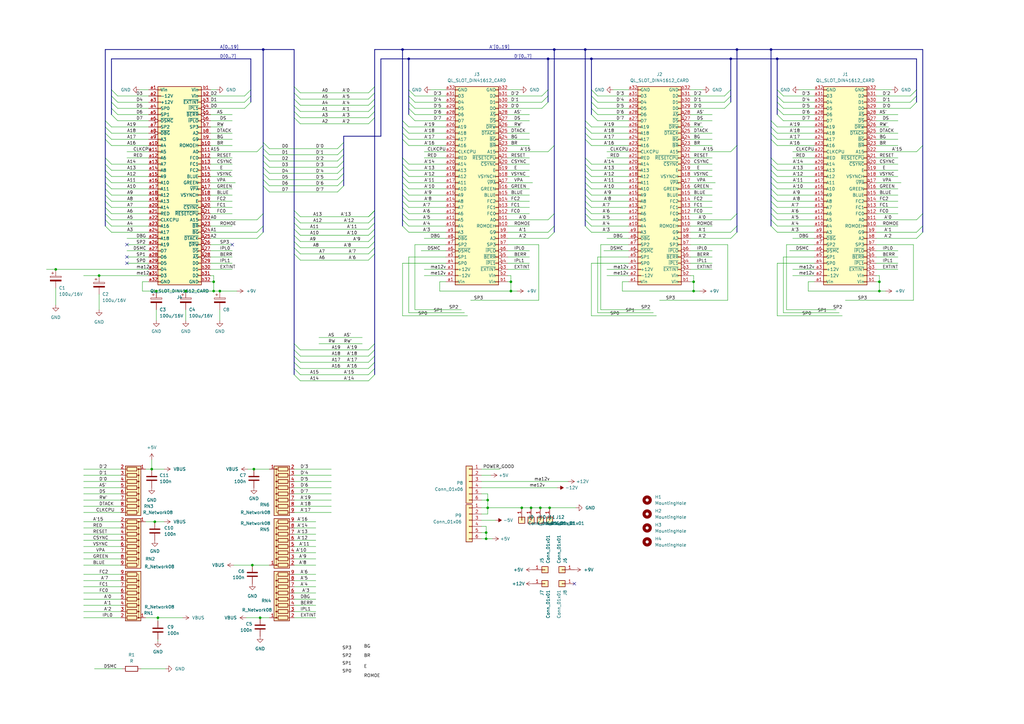
<source format=kicad_sch>
(kicad_sch (version 20230121) (generator eeschema)
  (paper "A3")
  (title_block (title "QPlane Backplane for Sinclair QL") (date "2023-11-05") (rev "0,1") (company "(C) 2023 Alvaro Alea Fdz") (comment 1 "https://ohwr.org/cern_ohl_s_v2.txt") (comment 2 "CERN Open Hardware Licence Version 2 - Strongly Reciprocal") (comment 3 "Under License"))
  (junction (at 227.33 20.32))
  (junction (at 90.17 119.38))
  (junction (at 199.39 220.98))
  (junction (at 64.77 253.365))
  (junction (at 106.68 253.365))
  (junction (at 217.805 208.28))
  (junction (at 318.77 24.13))
  (junction (at 360.68 115.57))
  (junction (at 284.48 119.38))
  (junction (at 64.135 119.38))
  (junction (at 360.68 119.38))
  (junction (at 316.23 20.32))
  (junction (at 213.995 208.28))
  (junction (at 104.14 192.405))
  (junction (at 284.48 115.57))
  (junction (at 107.95 20.32))
  (junction (at 63.5 213.995))
  (junction (at 224.79 24.13))
  (junction (at 167.64 24.13))
  (junction (at 299.72 24.13))
  (junction (at 209.55 119.38))
  (junction (at 240.03 20.32))
  (junction (at 209.55 115.57))
  (junction (at 87.63 119.38))
  (junction (at 103.505 231.775))
  (junction (at 76.2 119.38))
  (junction (at 199.39 218.44))
  (junction (at 302.26 20.32))
  (junction (at 200.025 205.105))
  (junction (at 62.23 192.405))
  (junction (at 87.63 115.57))
  (junction (at 242.57 24.13))
  (junction (at 200.025 208.28))
  (junction (at 225.425 208.28))
  (junction (at 22.86 110.49))
  (junction (at 165.1 20.32))
  (junction (at 221.615 208.28))
  (junction (at 40.64 113.03))
  (no_connect (at 235.585 239.395))
  (no_connect (at 52.07 105.41))
  (no_connect (at 52.07 100.33))
  (no_connect (at 52.07 107.95))
  (no_connect (at 95.25 100.33))
  (bus_entry (at 140.97 60.96) (size -2.54 2.54))
  (bus_entry (at 227.33 95.25) (size -2.54 2.54))
  (bus_entry (at 316.23 72.39) (size 2.54 2.54))
  (bus_entry (at 120.65 143.51) (size 2.54 2.54))
  (bus_entry (at 140.97 63.5) (size -2.54 2.54))
  (bus_entry (at 165.1 80.01) (size 2.54 2.54))
  (bus_entry (at 102.87 41.91) (size -2.54 2.54))
  (bus_entry (at 302.26 92.71) (size -2.54 2.54))
  (bus_entry (at 140.97 58.42) (size -2.54 2.54))
  (bus_entry (at 165.1 74.93) (size 2.54 2.54))
  (bus_entry (at 316.23 92.71) (size 2.54 2.54))
  (bus_entry (at 120.65 148.59) (size 2.54 2.54))
  (bus_entry (at 120.65 96.52) (size 2.54 2.54))
  (bus_entry (at 227.33 92.71) (size -2.54 2.54))
  (bus_entry (at 43.18 69.85) (size 2.54 2.54))
  (bus_entry (at 107.95 59.69) (size -2.54 2.54))
  (bus_entry (at 153.67 96.52) (size -2.54 2.54))
  (bus_entry (at 153.67 151.13) (size -2.54 2.54))
  (bus_entry (at 43.18 57.15) (size 2.54 2.54))
  (bus_entry (at 153.67 91.44) (size -2.54 2.54))
  (bus_entry (at 167.64 41.91) (size 2.54 2.54))
  (bus_entry (at 120.65 43.18) (size 2.54 2.54))
  (bus_entry (at 240.03 74.93) (size 2.54 2.54))
  (bus_entry (at 120.65 40.64) (size 2.54 2.54))
  (bus_entry (at 378.46 87.63) (size -2.54 2.54))
  (bus_entry (at 165.1 90.17) (size 2.54 2.54))
  (bus_entry (at 43.18 67.31) (size 2.54 2.54))
  (bus_entry (at 318.77 46.99) (size 2.54 2.54))
  (bus_entry (at 43.18 77.47) (size 2.54 2.54))
  (bus_entry (at 240.03 57.15) (size 2.54 2.54))
  (bus_entry (at 167.64 44.45) (size 2.54 2.54))
  (bus_entry (at 165.1 87.63) (size 2.54 2.54))
  (bus_entry (at 165.1 92.71) (size 2.54 2.54))
  (bus_entry (at 140.97 66.04) (size -2.54 2.54))
  (bus_entry (at 240.03 67.31) (size 2.54 2.54))
  (bus_entry (at 375.92 39.37) (size -2.54 2.54))
  (bus_entry (at 153.67 148.59) (size -2.54 2.54))
  (bus_entry (at 153.67 86.36) (size -2.54 2.54))
  (bus_entry (at 318.77 36.83) (size 2.54 2.54))
  (bus_entry (at 299.72 36.83) (size -2.54 2.54))
  (bus_entry (at 316.23 85.09) (size 2.54 2.54))
  (bus_entry (at 43.18 85.09) (size 2.54 2.54))
  (bus_entry (at 153.67 143.51) (size -2.54 2.54))
  (bus_entry (at 140.97 73.66) (size -2.54 2.54))
  (bus_entry (at 107.95 60.96) (size 2.54 2.54))
  (bus_entry (at 167.64 39.37) (size 2.54 2.54))
  (bus_entry (at 316.23 57.15) (size 2.54 2.54))
  (bus_entry (at 302.26 59.69) (size -2.54 2.54))
  (bus_entry (at 43.18 54.61) (size 2.54 2.54))
  (bus_entry (at 107.95 92.71) (size -2.54 2.54))
  (bus_entry (at 165.1 67.31) (size 2.54 2.54))
  (bus_entry (at 120.65 38.1) (size 2.54 2.54))
  (bus_entry (at 167.64 46.99) (size 2.54 2.54))
  (bus_entry (at 167.64 36.83) (size 2.54 2.54))
  (bus_entry (at 224.79 36.83) (size -2.54 2.54))
  (bus_entry (at 120.65 101.6) (size 2.54 2.54))
  (bus_entry (at 240.03 80.01) (size 2.54 2.54))
  (bus_entry (at 120.65 91.44) (size 2.54 2.54))
  (bus_entry (at 242.57 46.99) (size 2.54 2.54))
  (bus_entry (at 316.23 77.47) (size 2.54 2.54))
  (bus_entry (at 107.95 73.66) (size 2.54 2.54))
  (bus_entry (at 153.67 104.14) (size -2.54 2.54))
  (bus_entry (at 165.1 49.53) (size 2.54 2.54))
  (bus_entry (at 302.26 87.63) (size -2.54 2.54))
  (bus_entry (at 240.03 87.63) (size 2.54 2.54))
  (bus_entry (at 45.72 44.45) (size 2.54 2.54))
  (bus_entry (at 120.65 99.06) (size 2.54 2.54))
  (bus_entry (at 242.57 36.83) (size 2.54 2.54))
  (bus_entry (at 153.67 146.05) (size -2.54 2.54))
  (bus_entry (at 140.97 76.2) (size -2.54 2.54))
  (bus_entry (at 316.23 54.61) (size 2.54 2.54))
  (bus_entry (at 316.23 74.93) (size 2.54 2.54))
  (bus_entry (at 43.18 64.77) (size 2.54 2.54))
  (bus_entry (at 240.03 49.53) (size 2.54 2.54))
  (bus_entry (at 153.67 35.56) (size -2.54 2.54))
  (bus_entry (at 165.1 85.09) (size 2.54 2.54))
  (bus_entry (at 165.1 64.77) (size 2.54 2.54))
  (bus_entry (at 240.03 64.77) (size 2.54 2.54))
  (bus_entry (at 240.03 69.85) (size 2.54 2.54))
  (bus_entry (at 318.77 39.37) (size 2.54 2.54))
  (bus_entry (at 102.87 39.37) (size -2.54 2.54))
  (bus_entry (at 240.03 82.55) (size 2.54 2.54))
  (bus_entry (at 153.67 140.97) (size -2.54 2.54))
  (bus_entry (at 165.1 77.47) (size 2.54 2.54))
  (bus_entry (at 153.67 86.36) (size -2.54 2.54))
  (bus_entry (at 120.65 48.26) (size 2.54 2.54))
  (bus_entry (at 43.18 49.53) (size 2.54 2.54))
  (bus_entry (at 375.92 41.91) (size -2.54 2.54))
  (bus_entry (at 45.72 41.91) (size 2.54 2.54))
  (bus_entry (at 107.95 58.42) (size 2.54 2.54))
  (bus_entry (at 227.33 87.63) (size -2.54 2.54))
  (bus_entry (at 140.97 68.58) (size -2.54 2.54))
  (bus_entry (at 43.18 82.55) (size 2.54 2.54))
  (bus_entry (at 43.18 80.01) (size 2.54 2.54))
  (bus_entry (at 227.33 59.69) (size -2.54 2.54))
  (bus_entry (at 240.03 85.09) (size 2.54 2.54))
  (bus_entry (at 43.18 52.07) (size 2.54 2.54))
  (bus_entry (at 318.77 44.45) (size 2.54 2.54))
  (bus_entry (at 120.65 86.36) (size 2.54 2.54))
  (bus_entry (at 153.67 101.6) (size -2.54 2.54))
  (bus_entry (at 43.18 72.39) (size 2.54 2.54))
  (bus_entry (at 153.67 99.06) (size -2.54 2.54))
  (bus_entry (at 316.23 49.53) (size 2.54 2.54))
  (bus_entry (at 318.77 41.91) (size 2.54 2.54))
  (bus_entry (at 316.23 69.85) (size 2.54 2.54))
  (bus_entry (at 165.1 72.39) (size 2.54 2.54))
  (bus_entry (at 316.23 52.07) (size 2.54 2.54))
  (bus_entry (at 378.46 95.25) (size -2.54 2.54))
  (bus_entry (at 120.65 146.05) (size 2.54 2.54))
  (bus_entry (at 165.1 69.85) (size 2.54 2.54))
  (bus_entry (at 153.67 93.98) (size -2.54 2.54))
  (bus_entry (at 107.95 87.63) (size -2.54 2.54))
  (bus_entry (at 107.95 76.2) (size 2.54 2.54))
  (bus_entry (at 120.65 140.97) (size 2.54 2.54))
  (bus_entry (at 120.65 151.13) (size 2.54 2.54))
  (bus_entry (at 43.18 92.71) (size 2.54 2.54))
  (bus_entry (at 153.67 153.67) (size -2.54 2.54))
  (bus_entry (at 240.03 77.47) (size 2.54 2.54))
  (bus_entry (at 107.95 66.04) (size 2.54 2.54))
  (bus_entry (at 153.67 48.26) (size -2.54 2.54))
  (bus_entry (at 240.03 72.39) (size 2.54 2.54))
  (bus_entry (at 299.72 41.91) (size -2.54 2.54))
  (bus_entry (at 102.87 36.83) (size -2.54 2.54))
  (bus_entry (at 107.95 68.58) (size 2.54 2.54))
  (bus_entry (at 378.46 92.71) (size -2.54 2.54))
  (bus_entry (at 153.67 40.64) (size -2.54 2.54))
  (bus_entry (at 299.72 39.37) (size -2.54 2.54))
  (bus_entry (at 316.23 80.01) (size 2.54 2.54))
  (bus_entry (at 240.03 54.61) (size 2.54 2.54))
  (bus_entry (at 242.57 41.91) (size 2.54 2.54))
  (bus_entry (at 120.65 45.72) (size 2.54 2.54))
  (bus_entry (at 375.92 36.83) (size -2.54 2.54))
  (bus_entry (at 120.65 88.9) (size 2.54 2.54))
  (bus_entry (at 153.67 38.1) (size -2.54 2.54))
  (bus_entry (at 165.1 54.61) (size 2.54 2.54))
  (bus_entry (at 153.67 88.9) (size -2.54 2.54))
  (bus_entry (at 45.72 46.99) (size 2.54 2.54))
  (bus_entry (at 224.79 41.91) (size -2.54 2.54))
  (bus_entry (at 165.1 82.55) (size 2.54 2.54))
  (bus_entry (at 43.18 90.17) (size 2.54 2.54))
  (bus_entry (at 316.23 90.17) (size 2.54 2.54))
  (bus_entry (at 316.23 67.31) (size 2.54 2.54))
  (bus_entry (at 43.18 87.63) (size 2.54 2.54))
  (bus_entry (at 45.72 39.37) (size 2.54 2.54))
  (bus_entry (at 316.23 64.77) (size 2.54 2.54))
  (bus_entry (at 165.1 57.15) (size 2.54 2.54))
  (bus_entry (at 240.03 52.07) (size 2.54 2.54))
  (bus_entry (at 316.23 82.55) (size 2.54 2.54))
  (bus_entry (at 107.95 63.5) (size 2.54 2.54))
  (bus_entry (at 240.03 90.17) (size 2.54 2.54))
  (bus_entry (at 153.67 43.18) (size -2.54 2.54))
  (bus_entry (at 120.65 93.98) (size 2.54 2.54))
  (bus_entry (at 302.26 95.25) (size -2.54 2.54))
  (bus_entry (at 316.23 87.63) (size 2.54 2.54))
  (bus_entry (at 224.79 39.37) (size -2.54 2.54))
  (bus_entry (at 240.03 92.71) (size 2.54 2.54))
  (bus_entry (at 165.1 52.07) (size 2.54 2.54))
  (bus_entry (at 378.46 59.69) (size -2.54 2.54))
  (bus_entry (at 242.57 44.45) (size 2.54 2.54))
  (bus_entry (at 153.67 45.72) (size -2.54 2.54))
  (bus_entry (at 120.65 153.67) (size 2.54 2.54))
  (bus_entry (at 107.95 71.12) (size 2.54 2.54))
  (bus_entry (at 43.18 74.93) (size 2.54 2.54))
  (bus_entry (at 107.95 95.25) (size -2.54 2.54))
  (bus_entry (at 45.72 36.83) (size 2.54 2.54))
  (bus_entry (at 242.57 39.37) (size 2.54 2.54))
  (bus_entry (at 120.65 35.56) (size 2.54 2.54))
  (bus_entry (at 120.65 104.14) (size 2.54 2.54))
  (bus_entry (at 140.97 71.12) (size -2.54 2.54))
  (bus (pts (xy 43.18 90.17) (xy 43.18 92.71)))
  (bus (pts (xy 240.03 80.01) (xy 240.03 82.55)))
  (wire (pts (xy 359.41 44.45) (xy 373.38 44.45)))
  (wire (pts (xy 327.66 36.83) (xy 334.01 36.83)))
  (wire (pts (xy 34.29 250.825) (xy 49.53 250.825)))
  (wire (pts (xy 52.07 107.95) (xy 60.96 107.95)))
  (bus (pts (xy 153.67 38.1) (xy 153.67 40.64)))
  (wire (pts (xy 34.29 243.205) (xy 49.53 243.205)))
  (wire (pts (xy 318.77 74.93) (xy 334.01 74.93)))
  (wire (pts (xy 220.98 123.19) (xy 220.98 100.33)))
  (wire (pts (xy 318.77 92.71) (xy 334.01 92.71)))
  (wire (pts (xy 123.19 151.13) (xy 151.13 151.13)))
  (wire (pts (xy 359.41 46.99) (xy 368.3 46.99)))
  (bus (pts (xy 165.1 80.01) (xy 165.1 82.55)))
  (wire (pts (xy 283.21 90.17) (xy 299.72 90.17)))
  (bus (pts (xy 316.23 77.47) (xy 316.23 80.01)))
  (bus (pts (xy 107.95 60.96) (xy 107.95 63.5)))
  (wire (pts (xy 283.21 97.79) (xy 299.72 97.79)))
  (wire (pts (xy 325.12 113.03) (xy 334.01 113.03)))
  (wire (pts (xy 246.38 127) (xy 246.38 100.33)))
  (bus (pts (xy 240.03 85.09) (xy 240.03 87.63)))
  (wire (pts (xy 34.29 248.285) (xy 49.53 248.285)))
  (wire (pts (xy 283.21 46.99) (xy 292.1 46.99)))
  (wire (pts (xy 283.21 85.09) (xy 292.1 85.09)))
  (wire (pts (xy 318.77 95.25) (xy 334.01 95.25)))
  (wire (pts (xy 123.19 156.21) (xy 151.13 156.21)))
  (wire (pts (xy 208.28 97.79) (xy 224.79 97.79)))
  (wire (pts (xy 120.65 213.995) (xy 129.54 213.995)))
  (bus (pts (xy 375.92 39.37) (xy 375.92 41.91)))
  (wire (pts (xy 135.89 197.485) (xy 120.65 197.485)))
  (wire (pts (xy 321.31 49.53) (xy 334.01 49.53)))
  (wire (pts (xy 167.64 82.55) (xy 182.88 82.55)))
  (bus (pts (xy 165.1 54.61) (xy 165.1 57.15)))
  (wire (pts (xy 197.485 218.44) (xy 199.39 218.44)))
  (wire (pts (xy 123.19 143.51) (xy 151.13 143.51)))
  (wire (pts (xy 170.18 127) (xy 189.23 127)))
  (bus (pts (xy 167.64 41.91) (xy 167.64 44.45)))
  (bus (pts (xy 316.23 67.31) (xy 316.23 69.85)))
  (wire (pts (xy 318.77 54.61) (xy 334.01 54.61)))
  (wire (pts (xy 208.28 41.91) (xy 222.25 41.91)))
  (bus (pts (xy 153.67 93.98) (xy 153.67 96.52)))
  (wire (pts (xy 86.36 49.53) (xy 95.25 49.53)))
  (bus (pts (xy 318.77 24.13) (xy 318.77 36.83)))
  (wire (pts (xy 283.21 105.41) (xy 292.1 105.41)))
  (wire (pts (xy 242.57 74.93) (xy 257.81 74.93)))
  (bus (pts (xy 120.65 99.06) (xy 120.65 101.6)))
  (bus (pts (xy 240.03 20.32) (xy 302.26 20.32)))
  (wire (pts (xy 197.485 197.485) (xy 233.045 197.485)))
  (wire (pts (xy 242.57 82.55) (xy 257.81 82.55)))
  (wire (pts (xy 283.21 92.71) (xy 292.1 92.71)))
  (wire (pts (xy 123.19 91.44) (xy 151.13 91.44)))
  (wire (pts (xy 325.12 97.79) (xy 334.01 97.79)))
  (bus (pts (xy 153.67 148.59) (xy 153.67 151.13)))
  (wire (pts (xy 67.945 274.32) (xy 57.785 274.32)))
  (wire (pts (xy 246.38 127) (xy 266.7 127)))
  (bus (pts (xy 140.97 71.12) (xy 140.97 73.66)))
  (wire (pts (xy 217.805 208.28) (xy 221.615 208.28)))
  (wire (pts (xy 62.23 192.405) (xy 59.69 192.405)))
  (wire (pts (xy 359.41 107.95) (xy 368.3 107.95)))
  (wire (pts (xy 45.72 54.61) (xy 60.96 54.61)))
  (wire (pts (xy 359.41 36.83) (xy 365.76 36.83)))
  (wire (pts (xy 38.735 274.32) (xy 50.165 274.32)))
  (wire (pts (xy 318.77 77.47) (xy 334.01 77.47)))
  (wire (pts (xy 359.41 57.15) (xy 368.3 57.15)))
  (wire (pts (xy 248.92 62.23) (xy 257.81 62.23)))
  (bus (pts (xy 165.1 74.93) (xy 165.1 77.47)))
  (bus (pts (xy 227.33 59.69) (xy 227.33 87.63)))
  (wire (pts (xy 58.42 115.57) (xy 58.42 119.38)))
  (wire (pts (xy 318.77 69.85) (xy 334.01 69.85)))
  (wire (pts (xy 359.41 105.41) (xy 368.3 105.41)))
  (bus (pts (xy 165.1 87.63) (xy 165.1 90.17)))
  (wire (pts (xy 135.89 210.185) (xy 120.65 210.185)))
  (bus (pts (xy 240.03 87.63) (xy 240.03 90.17)))
  (bus (pts (xy 227.33 92.71) (xy 227.33 95.25)))
  (wire (pts (xy 86.36 87.63) (xy 95.25 87.63)))
  (wire (pts (xy 87.63 115.57) (xy 87.63 113.03)))
  (wire (pts (xy 359.41 85.09) (xy 368.3 85.09)))
  (bus (pts (xy 375.92 24.13) (xy 375.92 36.83)))
  (wire (pts (xy 283.21 107.95) (xy 292.1 107.95)))
  (wire (pts (xy 86.36 69.85) (xy 95.25 69.85)))
  (bus (pts (xy 120.65 91.44) (xy 120.65 93.98)))
  (wire (pts (xy 283.21 80.01) (xy 292.1 80.01)))
  (wire (pts (xy 283.21 74.93) (xy 293.37 74.93)))
  (bus (pts (xy 240.03 72.39) (xy 240.03 74.93)))
  (wire (pts (xy 321.31 44.45) (xy 334.01 44.45)))
  (bus (pts (xy 318.77 39.37) (xy 318.77 41.91)))
  (wire (pts (xy 167.64 80.01) (xy 182.88 80.01)))
  (bus (pts (xy 227.33 20.32) (xy 240.03 20.32)))
  (wire (pts (xy 45.72 87.63) (xy 60.96 87.63)))
  (wire (pts (xy 120.65 243.205) (xy 129.54 243.205)))
  (wire (pts (xy 86.36 57.15) (xy 95.25 57.15)))
  (wire (pts (xy 120.65 240.665) (xy 129.54 240.665)))
  (wire (pts (xy 34.29 205.105) (xy 49.53 205.105)))
  (wire (pts (xy 120.65 219.075) (xy 129.54 219.075)))
  (bus (pts (xy 165.1 67.31) (xy 165.1 69.85)))
  (wire (pts (xy 318.77 80.01) (xy 334.01 80.01)))
  (wire (pts (xy 360.68 115.57) (xy 360.68 113.03)))
  (wire (pts (xy 86.36 100.33) (xy 95.25 100.33)))
  (bus (pts (xy 120.65 96.52) (xy 120.65 99.06)))
  (wire (pts (xy 123.19 146.05) (xy 151.13 146.05)))
  (bus (pts (xy 240.03 54.61) (xy 240.03 57.15)))
  (wire (pts (xy 170.18 49.53) (xy 182.88 49.53)))
  (wire (pts (xy 283.21 110.49) (xy 292.1 110.49)))
  (bus (pts (xy 242.57 44.45) (xy 242.57 46.99)))
  (bus (pts (xy 299.72 36.83) (xy 299.72 39.37)))
  (wire (pts (xy 283.21 62.23) (xy 299.72 62.23)))
  (bus (pts (xy 120.65 35.56) (xy 120.65 38.1)))
  (wire (pts (xy 359.41 39.37) (xy 373.38 39.37)))
  (bus (pts (xy 153.67 43.18) (xy 153.67 45.72)))
  (wire (pts (xy 359.41 115.57) (xy 360.68 115.57)))
  (wire (pts (xy 123.19 96.52) (xy 151.13 96.52)))
  (wire (pts (xy 208.28 95.25) (xy 224.79 95.25)))
  (wire (pts (xy 242.57 80.01) (xy 257.81 80.01)))
  (wire (pts (xy 245.11 46.99) (xy 257.81 46.99)))
  (wire (pts (xy 208.28 49.53) (xy 217.17 49.53)))
  (bus (pts (xy 43.18 20.32) (xy 107.95 20.32)))
  (bus (pts (xy 153.67 96.52) (xy 153.67 99.06)))
  (wire (pts (xy 34.29 240.665) (xy 49.53 240.665)))
  (wire (pts (xy 283.21 87.63) (xy 292.1 87.63)))
  (bus (pts (xy 107.95 92.71) (xy 107.95 95.25)))
  (wire (pts (xy 284.48 115.57) (xy 284.48 113.03)))
  (wire (pts (xy 86.36 39.37) (xy 100.33 39.37)))
  (wire (pts (xy 45.72 72.39) (xy 60.96 72.39)))
  (bus (pts (xy 43.18 49.53) (xy 43.18 52.07)))
  (wire (pts (xy 199.39 215.9) (xy 199.39 218.44)))
  (wire (pts (xy 359.41 52.07) (xy 364.49 52.07)))
  (bus (pts (xy 318.77 44.45) (xy 318.77 46.99)))
  (wire (pts (xy 208.28 72.39) (xy 217.17 72.39)))
  (wire (pts (xy 52.07 64.77) (xy 60.96 64.77)))
  (wire (pts (xy 86.36 110.49) (xy 95.25 110.49)))
  (wire (pts (xy 208.28 44.45) (xy 222.25 44.45)))
  (wire (pts (xy 170.18 39.37) (xy 182.88 39.37)))
  (wire (pts (xy 208.28 90.17) (xy 224.79 90.17)))
  (wire (pts (xy 208.28 57.15) (xy 217.17 57.15)))
  (bus (pts (xy 140.97 66.04) (xy 140.97 63.5)))
  (bus (pts (xy 120.65 86.36) (xy 120.65 88.9)))
  (wire (pts (xy 199.39 220.98) (xy 201.93 220.98)))
  (wire (pts (xy 123.19 40.64) (xy 151.13 40.64)))
  (bus (pts (xy 167.64 39.37) (xy 167.64 41.91)))
  (wire (pts (xy 106.68 253.365) (xy 110.49 253.365)))
  (wire (pts (xy 248.92 113.03) (xy 257.81 113.03)))
  (wire (pts (xy 359.41 64.77) (xy 368.3 64.77)))
  (wire (pts (xy 167.64 105.41) (xy 182.88 105.41)))
  (wire (pts (xy 167.64 52.07) (xy 182.88 52.07)))
  (wire (pts (xy 208.28 100.33) (xy 220.98 100.33)))
  (wire (pts (xy 58.42 119.38) (xy 64.135 119.38)))
  (bus (pts (xy 302.26 92.71) (xy 302.26 95.25)))
  (bus (pts (xy 316.23 52.07) (xy 316.23 54.61)))
  (bus (pts (xy 240.03 82.55) (xy 240.03 85.09)))
  (wire (pts (xy 123.19 43.18) (xy 151.13 43.18)))
  (bus (pts (xy 43.18 80.01) (xy 43.18 82.55)))
  (wire (pts (xy 208.28 107.95) (xy 217.17 107.95)))
  (wire (pts (xy 167.64 90.17) (xy 182.88 90.17)))
  (wire (pts (xy 120.65 238.125) (xy 129.54 238.125)))
  (wire (pts (xy 283.21 36.83) (xy 288.29 36.83)))
  (wire (pts (xy 110.49 73.66) (xy 138.43 73.66)))
  (bus (pts (xy 240.03 20.32) (xy 240.03 49.53)))
  (wire (pts (xy 40.64 127) (xy 40.64 120.65)))
  (bus (pts (xy 378.46 92.71) (xy 378.46 95.25)))
  (wire (pts (xy 283.21 69.85) (xy 292.1 69.85)))
  (wire (pts (xy 34.29 197.485) (xy 49.53 197.485)))
  (bus (pts (xy 120.65 40.64) (xy 120.65 43.18)))
  (wire (pts (xy 120.65 229.235) (xy 129.54 229.235)))
  (bus (pts (xy 240.03 49.53) (xy 240.03 52.07)))
  (wire (pts (xy 86.36 72.39) (xy 95.25 72.39)))
  (wire (pts (xy 48.26 44.45) (xy 60.96 44.45)))
  (wire (pts (xy 242.57 72.39) (xy 257.81 72.39)))
  (wire (pts (xy 208.28 36.83) (xy 213.36 36.83)))
  (bus (pts (xy 224.79 39.37) (xy 224.79 41.91)))
  (wire (pts (xy 283.21 54.61) (xy 292.1 54.61)))
  (wire (pts (xy 245.11 49.53) (xy 257.81 49.53)))
  (wire (pts (xy 173.99 110.49) (xy 182.88 110.49)))
  (wire (pts (xy 45.72 92.71) (xy 60.96 92.71)))
  (bus (pts (xy 43.18 87.63) (xy 43.18 90.17)))
  (bus (pts (xy 107.95 73.66) (xy 107.95 76.2)))
  (wire (pts (xy 86.36 64.77) (xy 95.25 64.77)))
  (bus (pts (xy 45.72 41.91) (xy 45.72 44.45)))
  (bus (pts (xy 120.65 148.59) (xy 120.65 151.13)))
  (wire (pts (xy 110.49 78.74) (xy 138.43 78.74)))
  (wire (pts (xy 242.57 59.69) (xy 257.81 59.69)))
  (wire (pts (xy 209.55 119.38) (xy 212.09 119.38)))
  (wire (pts (xy 90.17 119.38) (xy 97.155 119.38)))
  (wire (pts (xy 359.41 49.53) (xy 368.3 49.53)))
  (wire (pts (xy 45.72 90.17) (xy 60.96 90.17)))
  (bus (pts (xy 302.26 20.32) (xy 302.26 59.69)))
  (wire (pts (xy 325.12 110.49) (xy 334.01 110.49)))
  (wire (pts (xy 225.425 208.28) (xy 236.22 208.28)))
  (wire (pts (xy 167.64 67.31) (xy 182.88 67.31)))
  (wire (pts (xy 325.12 64.77) (xy 334.01 64.77)))
  (wire (pts (xy 208.28 69.85) (xy 217.17 69.85)))
  (wire (pts (xy 45.72 82.55) (xy 60.96 82.55)))
  (bus (pts (xy 302.26 20.32) (xy 316.23 20.32)))
  (bus (pts (xy 43.18 67.31) (xy 43.18 69.85)))
  (wire (pts (xy 197.485 205.105) (xy 200.025 205.105)))
  (bus (pts (xy 316.23 74.93) (xy 316.23 77.47)))
  (bus (pts (xy 318.77 36.83) (xy 318.77 39.37)))
  (wire (pts (xy 242.57 87.63) (xy 257.81 87.63)))
  (bus (pts (xy 240.03 67.31) (xy 240.03 69.85)))
  (wire (pts (xy 135.89 194.945) (xy 120.65 194.945)))
  (bus (pts (xy 242.57 24.13) (xy 299.72 24.13)))
  (wire (pts (xy 359.41 59.69) (xy 368.3 59.69)))
  (wire (pts (xy 123.19 104.14) (xy 151.13 104.14)))
  (wire (pts (xy 245.11 128.27) (xy 267.97 128.27)))
  (wire (pts (xy 170.18 100.33) (xy 170.18 127)))
  (wire (pts (xy 374.65 100.33) (xy 374.65 123.19)))
  (bus (pts (xy 318.77 41.91) (xy 318.77 44.45)))
  (wire (pts (xy 199.39 218.44) (xy 199.39 220.98)))
  (wire (pts (xy 208.28 115.57) (xy 209.55 115.57)))
  (wire (pts (xy 86.36 77.47) (xy 95.25 77.47)))
  (wire (pts (xy 284.48 119.38) (xy 287.02 119.38)))
  (wire (pts (xy 123.19 48.26) (xy 151.13 48.26)))
  (bus (pts (xy 378.46 20.32) (xy 378.46 59.69)))
  (wire (pts (xy 246.38 100.33) (xy 257.81 100.33)))
  (bus (pts (xy 153.67 143.51) (xy 153.67 146.05)))
  (wire (pts (xy 86.36 102.87) (xy 95.25 102.87)))
  (bus (pts (xy 240.03 57.15) (xy 240.03 64.77)))
  (wire (pts (xy 359.41 54.61) (xy 368.3 54.61)))
  (bus (pts (xy 153.67 151.13) (xy 153.67 153.67)))
  (wire (pts (xy 270.51 123.19) (xy 298.45 123.19)))
  (wire (pts (xy 200.025 208.28) (xy 200.025 210.82)))
  (wire (pts (xy 67.31 192.405) (xy 62.23 192.405)))
  (bus (pts (xy 153.67 48.26) (xy 153.67 86.36)))
  (wire (pts (xy 123.19 153.67) (xy 151.13 153.67)))
  (wire (pts (xy 360.68 119.38) (xy 363.22 119.38)))
  (wire (pts (xy 45.72 57.15) (xy 60.96 57.15)))
  (wire (pts (xy 283.21 64.77) (xy 292.1 64.77)))
  (bus (pts (xy 165.1 85.09) (xy 165.1 87.63)))
  (wire (pts (xy 34.29 219.075) (xy 49.53 219.075)))
  (wire (pts (xy 170.18 44.45) (xy 182.88 44.45)))
  (wire (pts (xy 245.11 41.91) (xy 257.81 41.91)))
  (wire (pts (xy 48.26 49.53) (xy 60.96 49.53)))
  (wire (pts (xy 359.41 90.17) (xy 375.92 90.17)))
  (wire (pts (xy 208.28 64.77) (xy 217.17 64.77)))
  (bus (pts (xy 240.03 52.07) (xy 240.03 54.61)))
  (wire (pts (xy 208.28 82.55) (xy 217.17 82.55)))
  (wire (pts (xy 283.21 72.39) (xy 292.1 72.39)))
  (bus (pts (xy 316.23 69.85) (xy 316.23 72.39)))
  (wire (pts (xy 318.77 85.09) (xy 334.01 85.09)))
  (wire (pts (xy 34.29 245.745) (xy 49.53 245.745)))
  (wire (pts (xy 359.41 102.87) (xy 368.3 102.87)))
  (wire (pts (xy 242.57 54.61) (xy 257.81 54.61)))
  (bus (pts (xy 45.72 44.45) (xy 45.72 46.99)))
  (bus (pts (xy 120.65 45.72) (xy 120.65 48.26)))
  (bus (pts (xy 120.65 43.18) (xy 120.65 45.72)))
  (wire (pts (xy 208.28 105.41) (xy 217.17 105.41)))
  (wire (pts (xy 86.36 36.83) (xy 88.9 36.83)))
  (wire (pts (xy 34.29 113.03) (xy 40.64 113.03)))
  (wire (pts (xy 167.64 74.93) (xy 182.88 74.93)))
  (bus (pts (xy 165.1 52.07) (xy 165.1 54.61)))
  (wire (pts (xy 167.64 95.25) (xy 182.88 95.25)))
  (wire (pts (xy 86.36 85.09) (xy 95.25 85.09)))
  (wire (pts (xy 123.19 99.06) (xy 151.13 99.06)))
  (wire (pts (xy 197.485 200.025) (xy 228.6 200.025)))
  (wire (pts (xy 104.14 192.405) (xy 110.49 192.405)))
  (wire (pts (xy 242.57 95.25) (xy 257.81 95.25)))
  (wire (pts (xy 45.72 80.01) (xy 60.96 80.01)))
  (wire (pts (xy 52.07 102.87) (xy 60.96 102.87)))
  (bus (pts (xy 107.95 68.58) (xy 107.95 71.12)))
  (bus (pts (xy 165.1 20.32) (xy 153.67 20.32)))
  (wire (pts (xy 242.57 90.17) (xy 257.81 90.17)))
  (wire (pts (xy 208.28 102.87) (xy 217.17 102.87)))
  (wire (pts (xy 359.41 77.47) (xy 368.3 77.47)))
  (wire (pts (xy 52.07 100.33) (xy 60.96 100.33)))
  (wire (pts (xy 86.36 52.07) (xy 91.44 52.07)))
  (wire (pts (xy 76.2 119.38) (xy 87.63 119.38)))
  (wire (pts (xy 120.65 224.155) (xy 129.54 224.155)))
  (wire (pts (xy 173.99 113.03) (xy 182.88 113.03)))
  (wire (pts (xy 76.2 131.445) (xy 76.2 127)))
  (bus (pts (xy 140.97 60.96) (xy 140.97 58.42)))
  (wire (pts (xy 283.21 95.25) (xy 299.72 95.25)))
  (wire (pts (xy 87.63 113.03) (xy 86.36 113.03)))
  (wire (pts (xy 197.485 215.9) (xy 199.39 215.9)))
  (wire (pts (xy 283.21 52.07) (xy 288.29 52.07)))
  (wire (pts (xy 359.41 74.93) (xy 369.57 74.93)))
  (wire (pts (xy 208.28 87.63) (xy 217.17 87.63)))
  (wire (pts (xy 359.41 97.79) (xy 375.92 97.79)))
  (bus (pts (xy 316.23 57.15) (xy 316.23 64.77)))
  (bus (pts (xy 107.95 58.42) (xy 107.95 59.69)))
  (wire (pts (xy 283.21 115.57) (xy 284.48 115.57)))
  (wire (pts (xy 34.29 200.025) (xy 49.53 200.025)))
  (wire (pts (xy 135.89 205.105) (xy 120.65 205.105)))
  (bus (pts (xy 242.57 39.37) (xy 242.57 41.91)))
  (bus (pts (xy 224.79 36.83) (xy 224.79 39.37)))
  (bus (pts (xy 316.23 20.32) (xy 378.46 20.32)))
  (wire (pts (xy 45.72 74.93) (xy 60.96 74.93)))
  (wire (pts (xy 87.63 119.38) (xy 87.63 115.57)))
  (wire (pts (xy 110.49 63.5) (xy 138.43 63.5)))
  (wire (pts (xy 318.77 107.95) (xy 318.77 129.54)))
  (wire (pts (xy 34.29 192.405) (xy 49.53 192.405)))
  (bus (pts (xy 107.95 71.12) (xy 107.95 73.66)))
  (bus (pts (xy 140.97 58.42) (xy 140.97 55.88)))
  (wire (pts (xy 110.49 68.58) (xy 138.43 68.58)))
  (wire (pts (xy 318.77 90.17) (xy 334.01 90.17)))
  (bus (pts (xy 316.23 49.53) (xy 316.23 52.07)))
  (wire (pts (xy 245.11 39.37) (xy 257.81 39.37)))
  (bus (pts (xy 242.57 24.13) (xy 242.57 36.83)))
  (wire (pts (xy 167.64 72.39) (xy 182.88 72.39)))
  (wire (pts (xy 208.28 62.23) (xy 224.79 62.23)))
  (wire (pts (xy 360.68 113.03) (xy 359.41 113.03)))
  (wire (pts (xy 110.49 60.96) (xy 138.43 60.96)))
  (wire (pts (xy 167.64 57.15) (xy 182.88 57.15)))
  (bus (pts (xy 120.65 151.13) (xy 120.65 153.67)))
  (bus (pts (xy 45.72 39.37) (xy 45.72 41.91)))
  (wire (pts (xy 321.31 41.91) (xy 334.01 41.91)))
  (wire (pts (xy 180.34 115.57) (xy 180.34 119.38)))
  (wire (pts (xy 180.34 119.38) (xy 209.55 119.38)))
  (wire (pts (xy 182.88 115.57) (xy 180.34 115.57)))
  (wire (pts (xy 209.55 113.03) (xy 208.28 113.03)))
  (wire (pts (xy 209.55 115.57) (xy 209.55 113.03)))
  (wire (pts (xy 209.55 119.38) (xy 209.55 115.57)))
  (bus (pts (xy 43.18 72.39) (xy 43.18 74.93)))
  (wire (pts (xy 359.41 69.85) (xy 368.3 69.85)))
  (wire (pts (xy 45.72 69.85) (xy 60.96 69.85)))
  (bus (pts (xy 240.03 69.85) (xy 240.03 72.39)))
  (wire (pts (xy 359.41 67.31) (xy 368.3 67.31)))
  (bus (pts (xy 102.87 39.37) (xy 102.87 41.91)))
  (bus (pts (xy 43.18 64.77) (xy 43.18 67.31)))
  (wire (pts (xy 242.57 129.54) (xy 269.24 129.54)))
  (bus (pts (xy 316.23 80.01) (xy 316.23 82.55)))
  (bus (pts (xy 302.26 87.63) (xy 302.26 92.71)))
  (wire (pts (xy 323.85 102.87) (xy 334.01 102.87)))
  (bus (pts (xy 107.95 66.04) (xy 107.95 68.58)))
  (wire (pts (xy 120.65 216.535) (xy 129.54 216.535)))
  (bus (pts (xy 43.18 85.09) (xy 43.18 87.63)))
  (wire (pts (xy 167.64 69.85) (xy 182.88 69.85)))
  (wire (pts (xy 321.31 105.41) (xy 334.01 105.41)))
  (bus (pts (xy 240.03 64.77) (xy 240.03 67.31)))
  (wire (pts (xy 90.17 131.445) (xy 90.17 127)))
  (wire (pts (xy 197.485 202.565) (xy 200.025 202.565)))
  (bus (pts (xy 107.95 87.63) (xy 107.95 92.71)))
  (wire (pts (xy 34.29 216.535) (xy 49.53 216.535)))
  (wire (pts (xy 52.07 97.79) (xy 60.96 97.79)))
  (wire (pts (xy 86.36 95.25) (xy 105.41 95.25)))
  (wire (pts (xy 208.28 54.61) (xy 217.17 54.61)))
  (wire (pts (xy 86.36 80.01) (xy 95.25 80.01)))
  (bus (pts (xy 120.65 146.05) (xy 120.65 148.59)))
  (wire (pts (xy 123.19 50.8) (xy 151.13 50.8)))
  (bus (pts (xy 120.65 93.98) (xy 120.65 96.52)))
  (bus (pts (xy 156.21 24.13) (xy 156.21 55.88)))
  (wire (pts (xy 283.21 82.55) (xy 292.1 82.55)))
  (wire (pts (xy 359.41 41.91) (xy 373.38 41.91)))
  (wire (pts (xy 245.11 44.45) (xy 257.81 44.45)))
  (wire (pts (xy 101.6 192.405) (xy 104.14 192.405)))
  (wire (pts (xy 318.77 67.31) (xy 334.01 67.31)))
  (bus (pts (xy 43.18 57.15) (xy 43.18 64.77)))
  (wire (pts (xy 135.89 202.565) (xy 120.65 202.565)))
  (wire (pts (xy 322.58 127) (xy 342.9 127)))
  (bus (pts (xy 316.23 20.32) (xy 316.23 49.53)))
  (wire (pts (xy 321.31 46.99) (xy 334.01 46.99)))
  (wire (pts (xy 86.36 62.23) (xy 105.41 62.23)))
  (bus (pts (xy 120.65 143.51) (xy 120.65 146.05)))
  (bus (pts (xy 120.65 101.6) (xy 120.65 104.14)))
  (wire (pts (xy 360.68 119.38) (xy 360.68 115.57)))
  (bus (pts (xy 43.18 54.61) (xy 43.18 57.15)))
  (wire (pts (xy 34.29 224.155) (xy 49.53 224.155)))
  (wire (pts (xy 359.41 87.63) (xy 368.3 87.63)))
  (wire (pts (xy 34.29 253.365) (xy 49.53 253.365)))
  (wire (pts (xy 123.19 106.68) (xy 151.13 106.68)))
  (bus (pts (xy 107.95 63.5) (xy 107.95 66.04)))
  (bus (pts (xy 140.97 68.58) (xy 140.97 66.04)))
  (wire (pts (xy 173.99 97.79) (xy 182.88 97.79)))
  (wire (pts (xy 123.19 148.59) (xy 151.13 148.59)))
  (wire (pts (xy 135.89 207.645) (xy 120.65 207.645)))
  (wire (pts (xy 165.1 107.95) (xy 182.88 107.95)))
  (wire (pts (xy 359.41 100.33) (xy 374.65 100.33)))
  (bus (pts (xy 165.1 69.85) (xy 165.1 72.39)))
  (wire (pts (xy 173.99 64.77) (xy 182.88 64.77)))
  (wire (pts (xy 208.28 80.01) (xy 217.17 80.01)))
  (wire (pts (xy 208.28 52.07) (xy 213.36 52.07)))
  (wire (pts (xy 359.41 82.55) (xy 368.3 82.55)))
  (wire (pts (xy 120.65 250.825) (xy 129.54 250.825)))
  (bus (pts (xy 43.18 52.07) (xy 43.18 54.61)))
  (wire (pts (xy 346.71 123.19) (xy 374.65 123.19)))
  (wire (pts (xy 86.36 90.17) (xy 105.41 90.17)))
  (wire (pts (xy 359.41 92.71) (xy 368.3 92.71)))
  (wire (pts (xy 22.86 125.095) (xy 22.86 118.11)))
  (wire (pts (xy 64.135 119.38) (xy 76.2 119.38)))
  (wire (pts (xy 34.29 213.995) (xy 49.53 213.995)))
  (wire (pts (xy 123.19 88.9) (xy 151.13 88.9)))
  (bus (pts (xy 299.72 39.37) (xy 299.72 41.91)))
  (bus (pts (xy 316.23 90.17) (xy 316.23 92.71)))
  (wire (pts (xy 86.36 41.91) (xy 100.33 41.91)))
  (wire (pts (xy 359.41 62.23) (xy 375.92 62.23)))
  (wire (pts (xy 167.64 105.41) (xy 167.64 128.27)))
  (bus (pts (xy 165.1 64.77) (xy 165.1 67.31)))
  (wire (pts (xy 110.49 76.2) (xy 138.43 76.2)))
  (wire (pts (xy 34.29 238.125) (xy 49.53 238.125)))
  (wire (pts (xy 45.72 85.09) (xy 60.96 85.09)))
  (wire (pts (xy 283.21 67.31) (xy 292.1 67.31)))
  (bus (pts (xy 102.87 36.83) (xy 102.87 39.37)))
  (bus (pts (xy 316.23 64.77) (xy 316.23 67.31)))
  (bus (pts (xy 299.72 24.13) (xy 299.72 36.83)))
  (wire (pts (xy 167.64 85.09) (xy 182.88 85.09)))
  (wire (pts (xy 334.01 115.57) (xy 331.47 115.57)))
  (wire (pts (xy 172.72 102.87) (xy 182.88 102.87)))
  (wire (pts (xy 123.19 101.6) (xy 151.13 101.6)))
  (wire (pts (xy 208.28 46.99) (xy 217.17 46.99)))
  (wire (pts (xy 170.18 100.33) (xy 182.88 100.33)))
  (wire (pts (xy 123.19 93.98) (xy 151.13 93.98)))
  (wire (pts (xy 87.63 119.38) (xy 90.17 119.38)))
  (bus (pts (xy 165.1 82.55) (xy 165.1 85.09)))
  (bus (pts (xy 45.72 36.83) (xy 45.72 39.37)))
  (wire (pts (xy 248.92 97.79) (xy 257.81 97.79)))
  (wire (pts (xy 200.025 205.105) (xy 200.025 208.28)))
  (wire (pts (xy 331.47 115.57) (xy 331.47 119.38)))
  (bus (pts (xy 316.23 85.09) (xy 316.23 87.63)))
  (wire (pts (xy 86.36 97.79) (xy 105.41 97.79)))
  (wire (pts (xy 120.65 248.285) (xy 129.54 248.285)))
  (wire (pts (xy 63.5 213.995) (xy 67.31 213.995)))
  (wire (pts (xy 167.64 87.63) (xy 182.88 87.63)))
  (wire (pts (xy 283.21 102.87) (xy 292.1 102.87)))
  (wire (pts (xy 120.65 226.695) (xy 129.54 226.695)))
  (bus (pts (xy 153.67 86.36) (xy 153.67 88.9)))
  (bus (pts (xy 43.18 20.32) (xy 43.18 49.53)))
  (wire (pts (xy 165.1 107.95) (xy 165.1 129.54)))
  (wire (pts (xy 359.41 72.39) (xy 368.3 72.39)))
  (wire (pts (xy 86.36 107.95) (xy 95.25 107.95)))
  (bus (pts (xy 107.95 20.32) (xy 120.65 20.32)))
  (wire (pts (xy 298.45 100.33) (xy 298.45 123.19)))
  (bus (pts (xy 240.03 90.17) (xy 240.03 92.71)))
  (bus (pts (xy 43.18 74.93) (xy 43.18 77.47)))
  (wire (pts (xy 34.29 226.695) (xy 49.53 226.695)))
  (bus (pts (xy 120.65 140.97) (xy 120.65 143.51)))
  (wire (pts (xy 242.57 77.47) (xy 257.81 77.47)))
  (bus (pts (xy 165.1 49.53) (xy 165.1 52.07)))
  (wire (pts (xy 245.11 105.41) (xy 245.11 128.27)))
  (wire (pts (xy 86.36 46.99) (xy 95.25 46.99)))
  (wire (pts (xy 321.31 39.37) (xy 334.01 39.37)))
  (wire (pts (xy 110.49 66.04) (xy 138.43 66.04)))
  (wire (pts (xy 120.65 235.585) (xy 129.54 235.585)))
  (wire (pts (xy 95.885 231.775) (xy 103.505 231.775)))
  (wire (pts (xy 318.77 59.69) (xy 334.01 59.69)))
  (wire (pts (xy 120.65 231.775) (xy 129.54 231.775)))
  (bus (pts (xy 107.95 76.2) (xy 107.95 87.63)))
  (wire (pts (xy 34.29 221.615) (xy 49.53 221.615)))
  (wire (pts (xy 197.485 192.405) (xy 205.105 192.405)))
  (wire (pts (xy 103.505 231.775) (xy 110.49 231.775)))
  (bus (pts (xy 120.65 104.14) (xy 120.65 140.97)))
  (wire (pts (xy 325.12 62.23) (xy 334.01 62.23)))
  (wire (pts (xy 283.21 44.45) (xy 297.18 44.45)))
  (wire (pts (xy 359.41 80.01) (xy 368.3 80.01)))
  (bus (pts (xy 316.23 72.39) (xy 316.23 74.93)))
  (wire (pts (xy 34.29 231.775) (xy 49.53 231.775)))
  (wire (pts (xy 359.41 110.49) (xy 368.3 110.49)))
  (bus (pts (xy 153.67 104.14) (xy 153.67 140.97)))
  (wire (pts (xy 283.21 100.33) (xy 298.45 100.33)))
  (wire (pts (xy 245.11 105.41) (xy 257.81 105.41)))
  (wire (pts (xy 283.21 57.15) (xy 292.1 57.15)))
  (wire (pts (xy 318.77 107.95) (xy 334.01 107.95)))
  (wire (pts (xy 62.23 188.595) (xy 62.23 192.405)))
  (wire (pts (xy 208.28 67.31) (xy 217.17 67.31)))
  (wire (pts (xy 34.29 229.235) (xy 49.53 229.235)))
  (bus (pts (xy 318.77 24.13) (xy 375.92 24.13)))
  (wire (pts (xy 176.53 36.83) (xy 182.88 36.83)))
  (bus (pts (xy 153.67 20.32) (xy 153.67 35.56)))
  (wire (pts (xy 242.57 57.15) (xy 257.81 57.15)))
  (wire (pts (xy 167.64 77.47) (xy 182.88 77.47)))
  (wire (pts (xy 86.36 44.45) (xy 100.33 44.45)))
  (wire (pts (xy 318.77 57.15) (xy 334.01 57.15)))
  (wire (pts (xy 86.36 74.93) (xy 96.52 74.93)))
  (bus (pts (xy 299.72 24.13) (xy 318.77 24.13)))
  (wire (pts (xy 318.77 82.55) (xy 334.01 82.55)))
  (bus (pts (xy 120.65 20.32) (xy 120.65 35.56)))
  (wire (pts (xy 19.05 110.49) (xy 22.86 110.49)))
  (wire (pts (xy 170.18 41.91) (xy 182.88 41.91)))
  (wire (pts (xy 283.21 49.53) (xy 292.1 49.53)))
  (wire (pts (xy 52.07 105.41) (xy 60.96 105.41)))
  (bus (pts (xy 316.23 87.63) (xy 316.23 90.17)))
  (bus (pts (xy 107.95 20.32) (xy 107.95 58.42)))
  (bus (pts (xy 167.64 24.13) (xy 224.79 24.13)))
  (wire (pts (xy 197.485 208.28) (xy 200.025 208.28)))
  (wire (pts (xy 359.41 95.25) (xy 375.92 95.25)))
  (bus (pts (xy 153.67 140.97) (xy 153.67 143.51)))
  (wire (pts (xy 197.485 220.98) (xy 199.39 220.98)))
  (bus (pts (xy 156.21 24.13) (xy 167.64 24.13)))
  (bus (pts (xy 242.57 36.83) (xy 242.57 39.37)))
  (wire (pts (xy 64.77 262.255) (xy 64.77 262.89)))
  (bus (pts (xy 316.23 82.55) (xy 316.23 85.09)))
  (wire (pts (xy 64.77 254.635) (xy 64.77 253.365)))
  (bus (pts (xy 43.18 82.55) (xy 43.18 85.09)))
  (wire (pts (xy 255.27 115.57) (xy 255.27 119.38)))
  (wire (pts (xy 74.93 253.365) (xy 64.77 253.365)))
  (bus (pts (xy 43.18 69.85) (xy 43.18 72.39)))
  (wire (pts (xy 242.57 107.95) (xy 257.81 107.95)))
  (wire (pts (xy 45.72 52.07) (xy 60.96 52.07)))
  (wire (pts (xy 248.92 110.49) (xy 257.81 110.49)))
  (wire (pts (xy 193.04 123.19) (xy 220.98 123.19)))
  (bus (pts (xy 153.67 88.9) (xy 153.67 91.44)))
  (wire (pts (xy 255.27 119.38) (xy 284.48 119.38)))
  (wire (pts (xy 45.72 59.69) (xy 60.96 59.69)))
  (wire (pts (xy 283.21 77.47) (xy 292.1 77.47)))
  (wire (pts (xy 45.72 77.47) (xy 60.96 77.47)))
  (bus (pts (xy 167.64 24.13) (xy 167.64 36.83)))
  (bus (pts (xy 224.79 24.13) (xy 224.79 36.83)))
  (bus (pts (xy 153.67 35.56) (xy 153.67 38.1)))
  (bus (pts (xy 153.67 45.72) (xy 153.67 48.26)))
  (wire (pts (xy 59.69 213.995) (xy 63.5 213.995)))
  (wire (pts (xy 257.81 115.57) (xy 255.27 115.57)))
  (wire (pts (xy 284.48 119.38) (xy 284.48 115.57)))
  (wire (pts (xy 247.65 102.87) (xy 257.81 102.87)))
  (wire (pts (xy 242.57 85.09) (xy 257.81 85.09)))
  (wire (pts (xy 251.46 36.83) (xy 257.81 36.83)))
  (wire (pts (xy 135.89 200.025) (xy 120.65 200.025)))
  (wire (pts (xy 34.29 210.185) (xy 49.53 210.185)))
  (bus (pts (xy 378.46 59.69) (xy 378.46 87.63)))
  (bus (pts (xy 43.18 77.47) (xy 43.18 80.01)))
  (wire (pts (xy 242.57 69.85) (xy 257.81 69.85)))
  (bus (pts (xy 165.1 72.39) (xy 165.1 74.93)))
  (wire (pts (xy 34.29 194.945) (xy 49.53 194.945)))
  (wire (pts (xy 123.19 45.72) (xy 151.13 45.72)))
  (wire (pts (xy 242.57 52.07) (xy 257.81 52.07)))
  (wire (pts (xy 167.64 128.27) (xy 190.5 128.27)))
  (wire (pts (xy 86.36 67.31) (xy 95.25 67.31)))
  (bus (pts (xy 140.97 55.88) (xy 156.21 55.88)))
  (wire (pts (xy 213.995 208.28) (xy 217.805 208.28)))
  (wire (pts (xy 120.65 245.745) (xy 129.54 245.745)))
  (bus (pts (xy 102.87 24.13) (xy 102.87 36.83)))
  (wire (pts (xy 167.64 54.61) (xy 182.88 54.61)))
  (bus (pts (xy 165.1 20.32) (xy 165.1 49.53)))
  (bus (pts (xy 165.1 20.32) (xy 227.33 20.32)))
  (bus (pts (xy 227.33 20.32) (xy 227.33 59.69)))
  (wire (pts (xy 86.36 105.41) (xy 95.25 105.41)))
  (wire (pts (xy 48.26 41.91) (xy 60.96 41.91)))
  (bus (pts (xy 140.97 76.2) (xy 140.97 73.66)))
  (bus (pts (xy 227.33 87.63) (xy 227.33 92.71)))
  (wire (pts (xy 48.26 46.99) (xy 60.96 46.99)))
  (bus (pts (xy 378.46 87.63) (xy 378.46 92.71)))
  (wire (pts (xy 86.36 115.57) (xy 87.63 115.57)))
  (wire (pts (xy 283.21 41.91) (xy 297.18 41.91)))
  (bus (pts (xy 45.72 24.13) (xy 45.72 36.83)))
  (wire (pts (xy 322.58 100.33) (xy 334.01 100.33)))
  (wire (pts (xy 34.29 235.585) (xy 49.53 235.585)))
  (wire (pts (xy 322.58 127) (xy 322.58 100.33)))
  (wire (pts (xy 200.025 202.565) (xy 200.025 205.105)))
  (wire (pts (xy 200.025 210.82) (xy 197.485 210.82)))
  (wire (pts (xy 321.31 105.41) (xy 321.31 128.27)))
  (wire (pts (xy 57.15 36.83) (xy 60.96 36.83)))
  (bus (pts (xy 153.67 101.6) (xy 153.67 104.14)))
  (wire (pts (xy 135.89 192.405) (xy 120.65 192.405)))
  (wire (pts (xy 86.36 92.71) (xy 95.25 92.71)))
  (wire (pts (xy 86.36 54.61) (xy 95.25 54.61)))
  (bus (pts (xy 375.92 36.83) (xy 375.92 39.37)))
  (wire (pts (xy 242.57 92.71) (xy 257.81 92.71)))
  (wire (pts (xy 318.77 87.63) (xy 334.01 87.63)))
  (wire (pts (xy 197.485 194.945) (xy 201.295 194.945)))
  (wire (pts (xy 200.025 208.28) (xy 213.995 208.28)))
  (wire (pts (xy 197.485 213.36) (xy 203.2 213.36)))
  (bus (pts (xy 120.65 48.26) (xy 120.65 86.36)))
  (wire (pts (xy 64.135 131.445) (xy 64.135 127)))
  (wire (pts (xy 45.72 95.25) (xy 60.96 95.25)))
  (wire (pts (xy 283.21 39.37) (xy 297.18 39.37)))
  (wire (pts (xy 34.29 202.565) (xy 49.53 202.565)))
  (wire (pts (xy 242.57 67.31) (xy 257.81 67.31)))
  (bus (pts (xy 165.1 90.17) (xy 165.1 92.71)))
  (wire (pts (xy 248.92 64.77) (xy 257.81 64.77)))
  (bus (pts (xy 167.64 36.83) (xy 167.64 39.37)))
  (bus (pts (xy 120.65 88.9) (xy 120.65 91.44)))
  (wire (pts (xy 318.77 52.07) (xy 334.01 52.07)))
  (wire (pts (xy 242.57 107.95) (xy 242.57 129.54)))
  (wire (pts (xy 221.615 208.28) (xy 225.425 208.28)))
  (wire (pts (xy 40.64 113.03) (xy 60.96 113.03)))
  (bus (pts (xy 153.67 99.06) (xy 153.67 101.6)))
  (wire (pts (xy 120.65 221.615) (xy 129.54 221.615)))
  (wire (pts (xy 60.96 115.57) (xy 58.42 115.57)))
  (wire (pts (xy 208.28 59.69) (xy 217.17 59.69)))
  (bus (pts (xy 165.1 77.47) (xy 165.1 80.01)))
  (wire (pts (xy 208.28 110.49) (xy 217.17 110.49)))
  (wire (pts (xy 284.48 113.03) (xy 283.21 113.03)))
  (wire (pts (xy 123.19 38.1) (xy 151.13 38.1)))
  (wire (pts (xy 100.965 253.365) (xy 106.68 253.365)))
  (wire (pts (xy 52.07 62.23) (xy 60.96 62.23)))
  (wire (pts (xy 45.72 67.31) (xy 60.96 67.31)))
  (wire (pts (xy 48.26 39.37) (xy 60.96 39.37)))
  (wire (pts (xy 283.21 59.69) (xy 292.1 59.69)))
  (wire (pts (xy 130.81 138.43) (xy 148.59 138.43)))
  (wire (pts (xy 165.1 129.54) (xy 191.77 129.54)))
  (wire (pts (xy 167.64 92.71) (xy 182.88 92.71)))
  (wire (pts (xy 321.31 128.27) (xy 344.17 128.27)))
  (wire (pts (xy 208.28 74.93) (xy 218.44 74.93)))
  (wire (pts (xy 110.49 71.12) (xy 138.43 71.12)))
  (wire (pts (xy 130.81 140.97) (xy 148.59 140.97)))
  (bus (pts (xy 242.57 41.91) (xy 242.57 44.45)))
  (bus (pts (xy 153.67 91.44) (xy 153.67 93.98)))
  (bus (pts (xy 153.67 40.64) (xy 153.67 43.18)))
  (bus (pts (xy 316.23 54.61) (xy 316.23 57.15)))
  (wire (pts (xy 167.64 59.69) (xy 182.88 59.69)))
  (bus (pts (xy 240.03 77.47) (xy 240.03 80.01)))
  (wire (pts (xy 208.28 39.37) (xy 222.25 39.37)))
  (bus (pts (xy 153.67 146.05) (xy 153.67 148.59)))
  (wire (pts (xy 318.77 72.39) (xy 334.01 72.39)))
  (bus (pts (xy 302.26 59.69) (xy 302.26 87.63)))
  (wire (pts (xy 86.36 59.69) (xy 95.25 59.69)))
  (wire (pts (xy 208.28 77.47) (xy 217.17 77.47)))
  (wire (pts (xy 120.65 253.365) (xy 129.54 253.365)))
  (bus (pts (xy 140.97 63.5) (xy 140.97 60.96)))
  (bus (pts (xy 120.65 38.1) (xy 120.65 40.64)))
  (bus (pts (xy 107.95 59.69) (xy 107.95 60.96)))
  (bus (pts (xy 167.64 44.45) (xy 167.64 46.99)))
  (wire (pts (xy 34.29 207.645) (xy 49.53 207.645)))
  (wire (pts (xy 22.86 110.49) (xy 60.96 110.49)))
  (wire (pts (xy 86.36 82.55) (xy 95.25 82.55)))
  (wire (pts (xy 173.99 62.23) (xy 182.88 62.23)))
  (bus (pts (xy 165.1 57.15) (xy 165.1 64.77)))
  (bus (pts (xy 240.03 74.93) (xy 240.03 77.47)))
  (wire (pts (xy 170.18 46.99) (xy 182.88 46.99)))
  (bus (pts (xy 224.79 24.13) (xy 242.57 24.13)))
  (bus (pts (xy 45.72 24.13) (xy 102.87 24.13)))
  (wire (pts (xy 318.77 129.54) (xy 345.44 129.54)))
  (wire (pts (xy 208.28 92.71) (xy 217.17 92.71)))
  (bus (pts (xy 140.97 71.12) (xy 140.97 68.58)))
  (wire (pts (xy 208.28 85.09) (xy 217.17 85.09)))
  (wire (pts (xy 59.69 253.365) (xy 64.77 253.365)))
  (wire (pts (xy 331.47 119.38) (xy 360.68 119.38)))
  (label "FC2" (at 40.64 235.585 0))
  (label "A0" (at 86.36 90.17 0))
  (label "A'10" (at 142.24 96.52 0))
  (label "BR" (at 149.225 269.875 0))
  (label "RW'" (at 140.97 140.97 0))
  (label "D'7" (at 123.19 202.565 0))
  (label "A'16" (at 323.85 59.69 0))
  (label "CSYNC" (at 38.1 221.615 0))
  (label "IPL1" (at 210.82 107.95 0))
  (label "me12v" (at 176.53 113.03 0))
  (label "A6" (at 130.81 106.68 0))
  (label "D'4" (at 252.73 41.91 0))
  (label "IPL1" (at 361.95 107.95 0))
  (label "D'7" (at 328.93 49.53 0))
  (label "A'4" (at 176.53 92.71 180))
  (label "A'7" (at 44.45 238.125 180))
  (label "D[0..7]" (at 90.17 24.13 0))
  (label "A'10" (at 125.73 226.695 180))
  (label "DBG" (at 123.19 245.745 0))
  (label "DBG" (at 55.88 97.79 0))
  (label "A'18" (at 142.24 146.05 0))
  (label "SP1" (at 55.88 105.41 0))
  (label "VPA" (at 361.95 74.93 0))
  (label "AS'" (at 140.97 138.43 0))
  (label "VSYNC" (at 88.9 72.39 0))
  (label "A9" (at 129.54 99.06 180))
  (label "D7" (at 55.88 49.53 0))
  (label "VPA" (at 88.9 74.93 0))
  (label "A'5" (at 176.53 90.17 180))
  (label "D'6" (at 129.54 76.2 0))
  (label "A'4" (at 327.66 92.71 180))
  (label "FC2" (at 284.48 82.55 0))
  (label "A'0" (at 45.72 245.745 180))
  (label "A14" (at 52.07 67.31 0))
  (label "DSMC" (at 175.26 102.87 0))
  (label "DS" (at 40.64 202.565 0))
  (label "AS'" (at 210.82 46.99 0))
  (label "D'1" (at 361.95 41.91 0))
  (label "A'12" (at 140.97 91.44 0))
  (label "D'7" (at 129.54 78.74 0))
  (label "FC0" (at 360.68 87.63 0))
  (label "A'9" (at 325.12 80.01 0))
  (label "BG" (at 88.9 57.15 0))
  (label "FC2" (at 88.9 82.55 0))
  (label "A'5" (at 250.19 90.17 180))
  (label "A'19" (at 323.85 52.07 0))
  (label "me12v" (at 327.66 113.03 0))
  (label "D'1" (at 40.64 194.945 0))
  (label "RED" (at 38.1 216.535 0))
  (label "A'7" (at 176.53 85.09 180))
  (label "D'7" (at 252.73 49.53 0))
  (label "A'14" (at 140.97 156.21 0))
  (label "D'4" (at 129.54 71.12 0))
  (label "BR" (at 209.55 59.69 0))
  (label "D'5" (at 129.54 73.66 0))
  (label "D0" (at 115.57 60.96 0))
  (label "IPL1" (at 123.19 250.825 0))
  (label "BERR" (at 210.82 105.41 0))
  (label "SP1" (at 140.335 273.05 0))
  (label "GREEN" (at 88.9 77.47 0))
  (label "ROMOE" (at 285.75 92.71 0))
  (label "A'1" (at 365.76 95.25 180))
  (label "A'3" (at 250.19 95.25 180))
  (label "D'0" (at 284.48 44.45 0))
  (label "A'15" (at 213.36 62.23 0))
  (label "D'3" (at 123.19 192.405 0))
  (label "GREEN" (at 360.68 77.47 0))
  (label "A6" (at 52.07 87.63 0))
  (label "SP3" (at 351.79 123.19 0))
  (label "D3" (at 115.57 68.58 0))
  (label "A15" (at 130.81 153.67 180))
  (label "A'14" (at 173.99 67.31 0))
  (label "D'2" (at 209.55 39.37 0))
  (label "A'16" (at 247.65 59.69 0))
  (label "IPL1" (at 285.75 107.95 0))
  (label "ma12v" (at 327.66 110.49 0))
  (label "SP0" (at 328.93 129.54 0))
  (label "DSMC" (at 250.19 102.87 0))
  (label "A19" (at 52.07 52.07 0))
  (label "A'4" (at 143.51 43.18 180))
  (label "BG" (at 209.55 57.15 0))
  (label "A'16" (at 173.99 59.69 0))
  (label "FC1" (at 284.48 85.09 0))
  (label "A15" (at 86.36 62.23 0))
  (label "SP0" (at 140.335 276.225 0))
  (label "A'1" (at 143.51 45.72 180))
  (label "E" (at 210.82 69.85 0))
  (label "SP3" (at 140.335 266.7 0))
  (label "CLKCPU" (at 39.37 210.185 0))
  (label "D3" (at 55.88 39.37 0))
  (label "BLUE" (at 38.1 231.775 0))
  (label "RW" (at 134.62 140.97 0))
  (label "VSYNC" (at 284.48 72.39 0))
  (label "D'[0..7]" (at 210.82 24.13 0))
  (label "ma12v" (at 219.075 197.485 0))
  (label "CSYNC" (at 360.68 67.31 0))
  (label "A'12" (at 325.12 72.39 0))
  (label "A'8" (at 125.73 231.775 180))
  (label "DSMC" (at 326.39 102.87 0))
  (label "A10" (at 52.07 77.47 0))
  (label "D'2" (at 361.95 39.37 0))
  (label "CLKCPU" (at 326.39 62.23 0))
  (label "A8" (at 52.07 82.55 0))
  (label "FC2" (at 209.55 82.55 0))
  (label "FC1" (at 40.64 240.665 0))
  (label "A'17" (at 142.24 148.59 0))
  (label "SP3" (at 273.05 123.19 0))
  (label "A'17" (at 247.65 57.15 0))
  (label "DSMC" (at 42.545 274.32 0))
  (label "BERR" (at 361.95 105.41 0))
  (label "A'17" (at 323.85 57.15 0))
  (label "FC1" (at 360.68 85.09 0))
  (label "IPL1" (at 90.17 107.95 0))
  (label "DTACK" (at 209.55 54.61 0))
  (label "DTACK" (at 88.9 54.61 0))
  (label "A'1" (at 45.72 248.285 180))
  (label "DBG" (at 251.46 97.79 0))
  (label "D'6" (at 177.8 46.99 0))
  (label "A'6" (at 176.53 87.63 180))
  (label "VSYNC" (at 360.68 72.39 0))
  (label "A'4" (at 250.19 92.71 180))
  (label "A9" (at 52.07 80.01 0))
  (label "D4" (at 55.88 41.91 0))
  (label "A'0" (at 143.51 38.1 180))
  (label "D7" (at 115.57 78.74 0))
  (label "SP2" (at 184.15 127 0))
  (label "D4" (at 115.57 71.12 0))
  (label "SP0" (at 55.88 107.95 0))
  (label "A'11" (at 142.24 93.98 0))
  (label "VSYNC" (at 38.1 224.155 0))
  (label "D'6" (at 252.73 46.99 0))
  (label "A'12" (at 121.92 221.615 0))
  (label "D'4" (at 328.93 41.91 0))
  (label "IPL0" (at 361.95 102.87 0))
  (label "A'18" (at 247.65 54.61 0))
  (label "A'18" (at 173.99 54.61 0))
  (label "A8" (at 130.81 101.6 180))
  (label "A5" (at 52.07 90.17 0))
  (label "A3" (at 132.08 48.26 0))
  (label "D'4" (at 123.19 194.945 0))
  (label "A19" (at 139.7 143.51 180))
  (label "FC0" (at 284.48 87.63 0))
  (label "CLKCPU" (at 54.61 62.23 0))
  (label "DSMC" (at 54.61 102.87 0))
  (label "DS" (at 90.17 49.53 0))
  (label "IPL0" (at 210.82 102.87 0))
  (label "me12v" (at 55.88 113.03 0))
  (label "A'18" (at 323.85 54.61 0))
  (label "A'11" (at 247.65 74.93 0))
  (label "FC2" (at 360.68 82.55 0))
  (label "E" (at 285.75 69.85 0))
  (label "A'9" (at 125.73 229.235 180))
  (label "A'3" (at 143.51 48.26 180))
  (label "A'8" (at 325.12 82.55 0))
  (label "A'16" (at 142.24 151.13 0))
  (label "ma12v" (at 251.46 110.49 0))
  (label "VPA" (at 210.82 74.93 0))
  (label "A16" (at 52.07 59.69 0))
  (label "EXTINT" (at 285.75 110.49 0))
  (label "D'3" (at 252.73 39.37 0))
  (label "D'7" (at 177.8 49.53 0))
  (label "A'11" (at 127 224.155 180))
  (label "A'9" (at 173.99 80.01 0))
  (label "ma12v" (at 55.88 110.49 0))
  (label "BG" (at 284.48 57.15 0))
  (label "A'6" (at 327.66 87.63 180))
  (label "A1" (at 132.08 45.72 0))
  (label "AS" (at 134.62 138.43 0))
  (label "A2" (at 132.08 50.8 0))
  (label "D0" (at 86.36 44.45 0))
  (label "CLKCPU" (at 250.19 62.23 0))
  (label "A18" (at 139.7 146.05 180))
  (label "A'8" (at 173.99 82.55 0))
  (label "BERR" (at 285.75 105.41 0))
  (label "ROMOE" (at 149.225 278.13 0))
  (label "EXTINT" (at 210.82 110.49 0))
  (label "EXTINT" (at 90.17 110.49 0))
  (label "FC0" (at 209.55 87.63 0))
  (label "A'17" (at 173.99 57.15 0))
  (label "A0" (at 132.08 38.1 0))
  (label "A2" (at 86.36 97.79 0))
  (label "VSYNC" (at 209.55 72.39 0))
  (label "E" (at 149.225 274.32 0))
  (label "BR" (at 284.48 59.69 0))
  (label "DBG" (at 327.66 97.79 0))
  (label "A'10" (at 173.99 77.47 0))
  (label "me12v" (at 251.46 113.03 0))
  (label "A'11" (at 325.12 74.93 0))
  (label "CSYNC" (at 88.9 67.31 0))
  (label "BLUE" (at 88.9 80.01 0))
  (label "DTACK" (at 40.64 207.645 0))
  (label "RESET" (at 88.9 64.77 0))
  (label "D5" (at 55.88 44.45 0))
  (label "ROMOE" (at 210.82 92.71 0))
  (label "A'13" (at 139.7 88.9 0))
  (label "A'3" (at 327.66 95.25 180))
  (label "D1" (at 86.36 41.91 0))
  (label "D'2" (at 40.64 192.405 0))
  (label "D'0" (at 40.64 197.485 0))
  (label "A'3" (at 127 243.205 180))
  (label "A1" (at 86.36 95.25 0))
  (label "A'6" (at 250.19 87.63 180))
  (label "AS'" (at 40.64 200.025 0))
  (label "A'11" (at 173.99 74.93 0))
  (label "SP2" (at 55.88 100.33 0))
  (label "A'2" (at 215.9 97.79 180))
  (label "SP1" (at 335.28 128.27 0))
  (label "A'3" (at 176.53 95.25 180))
  (label "BERR" (at 123.19 248.285 0))
  (label "A11" (at 130.81 93.98 180))
  (label "A10" (at 130.81 96.52 180))
  (label "RW'" (at 40.64 205.105 0))
  (label "A'15" (at 365.76 62.23 0))
  (label "RESET" (at 360.68 64.77 0))
  (label "D'2" (at 129.54 66.04 0))
  (label "FC1" (at 209.55 85.09 0))
  (label "D'5" (at 177.8 44.45 0))
  (label "D'0" (at 209.55 44.45 0))
  (label "D'3" (at 177.8 39.37 0))
  (label "A'0" (at 215.9 90.17 180))
  (label "D'5" (at 328.93 44.45 0))
  (label "BLUE" (at 209.55 80.01 0))
  (label "SP3" (at 194.31 123.19 0))
  (label "D'4" (at 177.8 41.91 0))
  (label "D'5" (at 252.73 44.45 0))
  (label "A'13" (at 247.65 69.85 0))
  (label "A'10" (at 247.65 77.47 0))
  (label "D'1" (at 129.54 63.5 0))
  (label "A'14" (at 247.65 67.31 0))
  (label "RED" (at 175.26 64.77 0))
  (label "FC0" (at 40.64 243.205 0))
  (label "A4" (at 132.08 43.18 0))
  (label "GREEN" (at 209.55 77.47 0))
  (label "A'13" (at 173.99 69.85 0))
  (label "A'2" (at 143.51 50.8 180))
  (label "A'2" (at 365.76 97.79 180))
  (label "A16" (at 139.7 151.13 180))
  (label "CSYNC" (at 209.55 67.31 0))
  (label "A'1" (at 289.56 95.25 180))
  (label "RED" (at 326.39 64.77 0))
  (label "ROMOE" (at 90.17 92.71 0))
  (label "IPL0" (at 90.17 102.87 0))
  (label "A'9" (at 247.65 80.01 0))
  (label "A7" (at 52.07 85.09 0))
  (label "A'14" (at 121.92 216.535 0))
  (label "D'1" (at 284.48 41.91 0))
  (label "SP1" (at 256.54 128.27 0))
  (label "CSYNC" (at 284.48 67.31 0))
  (label "A'19" (at 173.99 52.07 0))
  (label "POWER_GOOD" (at 198.12 192.405 0))
  (label "RW'" (at 360.68 52.07 0))
  (label "D'5" (at 123.19 197.485 0))
  (label "BG" (at 360.68 57.15 0))
  (label "EXTINT" (at 123.19 253.365 0))
  (label "E" (at 361.95 69.85 0))
  (label "BR" (at 88.9 59.69 0))
  (label "IPL0" (at 41.91 253.365 0))
  (label "A'0" (at 289.56 90.17 180))
  (label "VPA" (at 39.37 226.695 0))
  (label "A'5" (at 143.51 40.64 180))
  (label "E" (at 90.17 69.85 0))
  (label "A4" (at 52.07 92.71 0))
  (label "A3" (at 52.07 95.25 0))
  (label "FC0" (at 88.9 87.63 0))
  (label "A12" (at 132.08 91.44 180))
  (label "SP2" (at 341.63 127 0))
  (label "A'7" (at 327.66 85.09 180))
  (label "A13" (at 52.07 69.85 0))
  (label "GREEN" (at 284.48 77.47 0))
  (label "RED" (at 250.19 64.77 0))
  (label "A'12" (at 173.99 72.39 0))
  (label "A5" (at 132.08 40.64 0))
  (label "BLUE" (at 284.48 80.01 0))
  (label "A17" (at 52.07 57.15 0))
  (label "A'15" (at 288.29 62.23 0))
  (label "SP0" (at 171.45 129.54 0))
  (label "RW" (at 88.9 52.07 0))
  (label "A'15" (at 38.1 213.995 0))
  (label "IPL0" (at 285.75 102.87 0))
  (label "BLUE" (at 360.68 80.01 0))
  (label "A'6" (at 146.05 106.68 180))
  (label "A'13" (at 325.12 69.85 0))
  (label "DS" (at 285.75 49.53 0))
  (label "DS" (at 210.82 49.53 0))
  (label "A[0..19]" (at 90.17 20.32 0))
  (label "GREEN" (at 38.1 229.235 0))
  (label "D2" (at 86.36 39.37 0))
  (label "A14" (at 130.81 156.21 180))
  (label "DTACK" (at 284.48 54.61 0))
  (label "FC1" (at 88.9 85.09 0))
  (label "A'7" (at 146.05 104.14 180))
  (label "A'7" (at 250.19 85.09 180))
  (label "A'5" (at 123.19 238.125 0))
  (label "A18" (at 52.07 54.61 0))
  (label "AS'" (at 360.68 46.99 0))
  (label "RW'" (at 210.82 52.07 0))
  (label "BG" (at 149.225 266.065 0))
  (label "SP1" (at 177.8 128.27 0))
  (label "RED" (at 54.61 64.77 0))
  (label "RESET" (at 38.1 219.075 0))
  (label "D'1" (at 209.55 41.91 0))
  (label "ROMOE" (at 361.95 92.71 0))
  (label "A'1" (at 215.9 95.25 180))
  (label "SP3" (at 90.17 100.33 0))
  (label "A13" (at 132.08 88.9 180))
  (label "DBG" (at 176.53 97.79 0))
  (label "D'6" (at 328.93 46.99 0))
  (label "AS" (at 88.9 46.99 0))
  (label "EXTINT" (at 361.95 110.49 0))
  (label "A'17" (at 123.19 210.185 0))
  (label "D'6" (at 123.19 200.025 0))
  (label "A'16" (at 121.92 213.995 0))
  (label "A'0" (at 365.76 90.17 180))
  (label "RW'" (at 284.48 52.07 0))
  (label "RESET" (at 284.48 64.77 0))
  (label "A'6" (at 123.19 235.585 0))
  (label "D6" (at 55.88 46.99 0))
  (label "A'2" (at 45.72 250.825 180))
  (label "A'15" (at 140.97 153.67 0))
  (label "A17" (at 139.7 148.59 180))
  (label "A'10" (at 325.12 77.47 0))
  (label "DTACK" (at 360.68 54.61 0))
  (label "BR" (at 360.68 59.69 0))
  (label "ma12v" (at 176.53 110.49 0))
  (label "A7" (at 130.81 104.14 0))
  (label "D'3" (at 129.54 68.58 0))
  (label "A'4" (at 123.19 240.665 0))
  (label "A'19" (at 247.65 52.07 0))
  (label "A'12" (at 247.65 72.39 0))
  (label "A'9" (at 144.78 99.06 0))
  (label "D6" (at 115.57 76.2 0))
  (label "D2" (at 115.57 66.04 0))
  (label "RESET" (at 209.55 64.77 0))
  (label "A'18" (at 123.19 207.645 0))
  (label "BERR" (at 90.17 105.41 0))
  (label "A'5" (at 327.66 90.17 180))
  (label "A'8" (at 140.97 101.6 0))
  (label "D'2" (at 284.48 39.37 0))
  (label "A11" (at 52.07 74.93 0))
  (label "CLKCPU" (at 175.26 62.23 0))
  (label "AS'" (at 285.75 46.99 0))
  (label "A'19" (at 142.24 143.51 0))
  (label "me12v" (at 217.17 200.025 0))
  (label "A'13" (at 121.92 219.075 0))
  (label "A'2" (at 289.56 97.79 180))
  (label "D'0" (at 361.95 44.45 0))
  (label "D5" (at 115.57 73.66 0))
  (label "D1" (at 115.57 63.5 0))
  (label "A'14" (at 325.12 67.31 0))
  (label "A12" (at 52.07 72.39 0))
  (label "SP0" (at 250.19 129.54 0))
  (label "SP2" (at 140.335 269.875 0))
  (label "A'19" (at 123.19 205.105 0))
  (label "SP2" (at 262.89 127 0))
  (label "DS" (at 361.95 49.53 0))
  (label "A'8" (at 247.65 82.55 0))
  (label "D'0" (at 129.54 60.96 0))
  (label "VPA" (at 285.75 74.93 0))
  (label "D'3" (at 328.93 39.37 0))
  (label "A'[0..19]" (at 200.66 20.32 0))
  (symbol (lib_id "power:VBUS") (at 100.965 253.365 90) (mirror x) (unit 1)
    (property "Reference" "#PWR047" (effects hide))
    (property "Value" "VBUS" (at 97.155 253.365 90) (effects (justify left)))
  )
  (symbol (lib_id "power:GND") (at 176.53 36.83 270) (unit 1)
    (property "Reference" "#PWR022" (effects hide))
    (property "Value" "GND" (at 168.91 36.8299 90) (effects (justify left)))
  )
  (symbol (lib_id "power:+5V") (at 218.44 233.68 90) (unit 1)
    (property "Reference" "#PWR028" (effects hide))
    (property "Value" "+5V" (at 214.63 233.68 90) (effects (justify left)))
  )
  (symbol (lib_id "Connector_Generic:Conn_01x01") (at 217.805 213.36 270) (unit 1)
    (property "Reference" "J10" (at 220.345 212.09 90) (effects (justify left)))
    (property "Value" "Conn_01x01" (at 220.345 214.63 90) (effects (justify left)))
    (property "Footprint" "Connector_Pin:Pin_D1.0mm_L10.0mm" (effects hide))
  )
  (symbol (lib_id "Connector_Generic:Conn_01x01") (at 221.615 213.36 270) (unit 1)
    (property "Reference" "J11" (at 224.155 212.09 90) (effects (justify left)))
    (property "Value" "Conn_01x01" (at 224.155 214.63 90) (effects (justify left)))
    (property "Footprint" "Connector_Pin:Pin_D1.0mm_L10.0mm" (effects hide))
  )
  (symbol (lib_id "power:+9V") (at 97.155 119.38 270) (unit 1)
    (property "Reference" "#PWR09" (effects hide))
    (property "Value" "+9V" (at 100.965 119.3799 90) (effects (justify left)))
  )
  (symbol (lib_id "Device:R") (at 53.975 274.32 90) (unit 1)
    (property "Reference" "R1" (at 53.975 268.605 90))
    (property "Value" "R" (at 53.975 271.145 90))
    (property "Footprint" "8bits:R_Axial_DIN0204_L3.6mm_D1.6mm_P11.17mm_Horizontal" (effects hide))
  )
  (symbol (lib_id "power:GND") (at 76.2 131.445 0) (unit 1)
    (property "Reference" "#PWR019" (effects hide))
    (property "Value" "GND" (at 76.2 135.89 0))
  )
  (symbol (lib_id "Device:C") (at 63.5 217.805 180) (unit 1)
    (property "Reference" "C10" (at 67.31 216.535 0) (effects (justify right)))
    (property "Value" "100n" (at 67.31 219.075 0) (effects (justify right)))
    (property "Footprint" "Capacitor_THT:C_Disc_D5.0mm_W2.5mm_P2.50mm" (effects hide))
  )
  (symbol (lib_id "Mechanical:MountingHole") (at 265.43 210.82 0) (unit 1)
    (property "Reference" "H2" (at 268.605 209.55 0) (effects (justify left)))
    (property "Value" "MountingHole" (at 268.605 212.09 0) (effects (justify left)))
    (property "Footprint" "MountingHole:MountingHole_3.2mm_M3_ISO7380" (effects hide))
  )
  (symbol (lib_id "Device:C") (at 103.505 235.585 0) (mirror y) (unit 1)
    (property "Reference" "C6" (at 100.33 234.3149 0) (effects (justify left)))
    (property "Value" "100n" (at 100.33 236.8549 0) (effects (justify left)))
    (property "Footprint" "Capacitor_THT:C_Disc_D5.0mm_W2.5mm_P2.50mm" (effects hide))
  )
  (symbol (lib_id "Mechanical:MountingHole") (at 265.43 216.535 0) (unit 1)
    (property "Reference" "H3" (at 268.605 215.265 0) (effects (justify left)))
    (property "Value" "MountingHole" (at 268.605 217.805 0) (effects (justify left)))
    (property "Footprint" "MountingHole:MountingHole_3.2mm_M3_ISO7380" (effects hide))
  )
  (symbol (lib_id "Connector_Generic:Conn_01x01") (at 223.52 233.68 0) (unit 1)
    (property "Reference" "J5" (at 222.25 231.14 90) (effects (justify left)))
    (property "Value" "Conn_01x01" (at 224.79 231.14 90) (effects (justify left)))
    (property "Footprint" "Connector_Pin:Pin_D1.3mm_L11.0mm" (effects hide))
  )
  (symbol (lib_id "power:VBUS") (at 101.6 192.405 90) (mirror x) (unit 1)
    (property "Reference" "#PWR046" (effects hide))
    (property "Value" "VBUS" (at 97.79 192.405 90) (effects (justify left)))
  )
  (symbol (lib_id "power:GND") (at 62.23 200.025 0) (unit 1)
    (property "Reference" "#PWR06" (effects hide))
    (property "Value" "GND" (at 62.23 205.105 0))
  )
  (symbol (lib_id "Device:C") (at 62.23 196.215 0) (unit 1)
    (property "Reference" "C11" (at 65.405 194.9449 0) (effects (justify left)))
    (property "Value" "100n" (at 65.405 197.4849 0) (effects (justify left)))
    (property "Footprint" "Capacitor_THT:C_Disc_D5.0mm_W2.5mm_P2.50mm" (effects hide))
  )
  (symbol (lib_id "power:+9V") (at 235.585 233.68 270) (unit 1)
    (property "Reference" "#PWR031" (effects hide))
    (property "Value" "+9V" (at 239.395 233.6799 90) (effects (justify left)))
  )
  (symbol (lib_id "power:GND") (at 88.9 36.83 90) (unit 1)
    (property "Reference" "#PWR08" (effects hide))
    (property "Value" "GND" (at 92.71 36.8299 90) (effects (justify right)))
  )
  (symbol (lib_id "Device:C_Polarized") (at 40.64 116.84 0) (unit 1)
    (property "Reference" "C2" (at 41.91 120.65 0) (effects (justify left)))
    (property "Value" "100u/16V" (at 41.91 123.19 0) (effects (justify left)))
    (property "Footprint" "Capacitor_THT:CP_Radial_D5.0mm_P2.50mm" (effects hide))
  )
  (symbol (lib_id "power:+12V") (at 218.44 239.395 90) (unit 1)
    (property "Reference" "#PWR033" (effects hide))
    (property "Value" "+12V" (at 215.265 239.395 90) (effects (justify left)))
  )
  (symbol (lib_id "power:GND") (at 57.15 36.83 270) (unit 1)
    (property "Reference" "#PWR01" (effects hide))
    (property "Value" "GND" (at 49.53 36.8299 90) (effects (justify left)))
  )
  (symbol (lib_id "power:GND") (at 22.86 125.095 0) (unit 1)
    (property "Reference" "#PWR016" (effects hide))
    (property "Value" "GND" (at 22.86 130.175 0))
  )
  (symbol (lib_id "power:+12V") (at 233.045 197.485 270) (unit 1)
    (property "Reference" "#PWR023" (effects hide))
    (property "Value" "+12V" (at 236.22 197.485 90) (effects (justify left)))
  )
  (symbol (lib_id "power:GND") (at 251.46 36.83 270) (unit 1)
    (property "Reference" "#PWR027" (effects hide))
    (property "Value" "GND" (at 243.84 36.8299 90) (effects (justify left)))
  )
  (symbol (lib_id "Device:C_Polarized") (at 64.135 123.19 0) (unit 1)
    (property "Reference" "C3" (at 65.405 127 0) (effects (justify left)))
    (property "Value" "100u/16V" (at 65.405 129.54 0) (effects (justify left)))
    (property "Footprint" "Capacitor_THT:CP_Radial_D5.0mm_P2.50mm" (effects hide))
  )
  (symbol (lib_id "power:GND") (at 327.66 36.83 270) (unit 1)
    (property "Reference" "#PWR032" (effects hide))
    (property "Value" "GND" (at 320.04 36.8299 90) (effects (justify left)))
  )
  (symbol (lib_id "power:+5V") (at 62.23 188.595 0) (unit 1)
    (property "Reference" "#PWR05" (effects hide))
    (property "Value" "+5V" (at 62.23 183.515 0))
  )
  (symbol (lib_id "power:VBUS") (at 67.31 213.995 270) (mirror x) (unit 1)
    (property "Reference" "#PWR04" (effects hide))
    (property "Value" "VBUS" (at 71.12 213.995 90) (effects (justify left)))
  )
  (symbol (lib_id "power:GND") (at 64.135 131.445 0) (unit 1)
    (property "Reference" "#PWR018" (effects hide))
    (property "Value" "GND" (at 64.135 135.89 0))
  )
  (symbol (lib_id "Mechanical:MountingHole") (at 265.43 222.25 0) (unit 1)
    (property "Reference" "H4" (at 268.605 220.98 0) (effects (justify left)))
    (property "Value" "MountingHole" (at 268.605 223.52 0) (effects (justify left)))
    (property "Footprint" "MountingHole:MountingHole_3.2mm_M3_ISO7380" (effects hide))
  )
  (symbol (lib_id "8bits:QL_SLOT_DIN41612_CARD") (at 346.71 74.93 0) (unit 1)
    (property "Reference" "J1" (at 346.71 30.48 0))
    (property "Value" "QL_SLOT_DIN41612_CARD" (at 346.71 33.02 0))
    (property "Footprint" "Connector_DIN:DIN41612_Q_2x32_Male_Vertical_THT" (effects hide))
  )
  (symbol (lib_id "Connector_Generic:Conn_01x01") (at 230.505 239.395 180) (unit 1)
    (property "Reference" "J8" (at 231.775 241.935 90) (effects (justify left)))
    (property "Value" "Conn_01x01" (at 229.235 241.935 90) (effects (justify left)))
    (property "Footprint" "Connector_Pin:Pin_D1.3mm_L11.0mm" (effects hide))
  )
  (symbol (lib_id "Device:R_Network08") (at 54.61 224.155 270) (unit 1)
    (property "Reference" "RN2" (at 61.595 229.235 90))
    (property "Value" "R_Network08" (at 65.405 232.41 90))
    (property "Footprint" "Resistor_THT:R_Array_SIP9" (effects hide))
    (property "Datasheet" "http://www.vishay.com/docs/31509/csc.pdf" (effects hide))
  )
  (symbol (lib_id "8bits:QL_SLOT_DIN41612_CARD") (at 195.58 74.93 0) (unit 1)
    (property "Reference" "J3" (at 195.58 30.48 0))
    (property "Value" "QL_SLOT_DIN41612_CARD" (at 195.58 33.02 0))
    (property "Footprint" "Connector_DIN:DIN41612_Q_2x32_Male_Vertical_THT" (effects hide))
  )
  (symbol (lib_id "power:GND") (at 64.77 262.89 0) (unit 1)
    (property "Reference" "#PWR012" (effects hide))
    (property "Value" "GND" (at 64.77 267.335 0))
  )
  (symbol (lib_id "power:GND") (at 365.76 36.83 90) (unit 1)
    (property "Reference" "#PWR034" (effects hide))
    (property "Value" "GND" (at 369.57 36.8299 90) (effects (justify right)))
  )
  (symbol (lib_id "power:+5V") (at 201.93 220.98 270) (unit 1)
    (property "Reference" "#PWR03" (effects hide))
    (property "Value" "+5V" (at 205.105 220.98 90) (effects (justify left)))
  )
  (symbol (lib_id "power:VBUS") (at 67.31 192.405 270) (unit 1)
    (property "Reference" "#PWR049" (effects hide))
    (property "Value" "VBUS" (at 71.12 192.405 90) (effects (justify left)))
  )
  (symbol (lib_id "power:+9V") (at 212.09 119.38 270) (unit 1)
    (property "Reference" "#PWR025" (effects hide))
    (property "Value" "+9V" (at 215.9 119.3799 90) (effects (justify left)))
  )
  (symbol (lib_id "Device:C_Polarized") (at 90.17 123.19 0) (unit 1)
    (property "Reference" "C8" (at 91.44 127 0) (effects (justify left)))
    (property "Value" "100u/16V" (effects hide))
    (property "Footprint" "Capacitor_THT:CP_Radial_D5.0mm_P2.50mm" (effects hide))
  )
  (symbol (lib_id "power:GND") (at 288.29 36.83 90) (unit 1)
    (property "Reference" "#PWR029" (effects hide))
    (property "Value" "GND" (at 292.1 36.8299 90) (effects (justify right)))
  )
  (symbol (lib_id "Device:C_Polarized") (at 22.86 114.3 0) (unit 1)
    (property "Reference" "C1" (at 24.13 118.11 0) (effects (justify left)))
    (property "Value" "100u/16V" (at 24.13 120.65 0) (effects (justify left)))
    (property "Footprint" "Capacitor_THT:CP_Radial_D5.0mm_P2.50mm" (effects hide))
  )
  (symbol (lib_id "Mechanical:MountingHole") (at 265.43 205.105 0) (unit 1)
    (property "Reference" "H1" (at 268.605 203.835 0) (effects (justify left)))
    (property "Value" "MountingHole" (at 268.605 206.375 0) (effects (justify left)))
    (property "Footprint" "MountingHole:MountingHole_3.2mm_M3_ISO7380" (effects hide))
  )
  (symbol (lib_id "power:GND") (at 63.5 221.615 0) (unit 1)
    (property "Reference" "#PWR011" (effects hide))
    (property "Value" "GND" (at 63.5 226.06 0))
  )
  (symbol (lib_id "power:GND") (at 104.14 200.025 0) (mirror y) (unit 1)
    (property "Reference" "#PWR013" (effects hide))
    (property "Value" "GND" (at 104.14 204.47 0))
  )
  (symbol (lib_id "power:GND") (at 67.945 274.32 90) (unit 1)
    (property "Reference" "#PWR02" (effects hide))
    (property "Value" "GND" (at 71.755 274.32 90) (effects (justify right)))
  )
  (symbol (lib_id "Device:R_Network08") (at 54.61 202.565 270) (unit 1)
    (property "Reference" "RN3" (at 60.96 207.645 90))
    (property "Value" "R_Network08" (at 64.77 210.185 90))
    (property "Footprint" "Resistor_THT:R_Array_SIP9" (effects hide))
    (property "Datasheet" "http://www.vishay.com/docs/31509/csc.pdf" (effects hide))
  )
  (symbol (lib_id "Device:R_Network08") (at 115.57 243.205 90) (unit 1)
    (property "Reference" "RN4" (at 109.22 246.38 90))
    (property "Value" "R_Network08" (at 105.41 250.19 90))
    (property "Footprint" "Resistor_THT:R_Array_SIP9" (effects hide))
    (property "Datasheet" "http://www.vishay.com/docs/31509/csc.pdf" (effects hide))
  )
  (symbol (lib_id "power:+9V") (at 287.02 119.38 270) (unit 1)
    (property "Reference" "#PWR030" (effects hide))
    (property "Value" "+9V" (at 290.83 119.3799 90) (effects (justify left)))
  )
  (symbol (lib_id "power:GND") (at 106.68 260.985 0) (mirror y) (unit 1)
    (property "Reference" "#PWR014" (effects hide))
    (property "Value" "GND" (at 106.68 266.065 0))
  )
  (symbol (lib_id "Connector_Generic:Conn_01x01") (at 213.995 213.36 270) (unit 1)
    (property "Reference" "J9" (at 216.535 212.09 90) (effects (justify left)))
    (property "Value" "Conn_01x01" (at 216.535 214.63 90) (effects (justify left)))
    (property "Footprint" "Connector_Pin:Pin_D1.0mm_L10.0mm" (effects hide))
  )
  (symbol (lib_id "power:GND") (at 213.36 36.83 90) (unit 1)
    (property "Reference" "#PWR024" (effects hide))
    (property "Value" "GND" (at 217.17 36.8299 90) (effects (justify right)))
  )
  (symbol (lib_id "power:+9V") (at 363.22 119.38 270) (unit 1)
    (property "Reference" "#PWR035" (effects hide))
    (property "Value" "+9V" (at 367.03 119.3799 90) (effects (justify left)))
  )
  (symbol (lib_id "Device:C_Polarized") (at 76.2 123.19 0) (unit 1)
    (property "Reference" "C4" (at 77.47 127 0) (effects (justify left)))
    (property "Value" "100u/16V" (at 77.47 129.54 0) (effects (justify left)))
    (property "Footprint" "Capacitor_THT:CP_Radial_D5.0mm_P2.50mm" (effects hide))
  )
  (symbol (lib_id "power:VBUS") (at 74.93 253.365 270) (mirror x) (unit 1)
    (property "Reference" "#PWR045" (effects hide))
    (property "Value" "VBUS" (at 78.74 253.365 90) (effects (justify left)))
  )
  (symbol (lib_id "Device:C") (at 64.77 258.445 180) (unit 1)
    (property "Reference" "C9" (at 68.58 257.175 0) (effects (justify right)))
    (property "Value" "100n" (at 68.58 259.715 0) (effects (justify right)))
    (property "Footprint" "Capacitor_THT:C_Disc_D5.0mm_W2.5mm_P2.50mm" (effects hide))
  )
  (symbol (lib_id "Device:C") (at 104.14 196.215 0) (mirror y) (unit 1)
    (property "Reference" "C7" (at 100.965 194.9449 0) (effects (justify left)))
    (property "Value" "100n" (at 100.965 197.4849 0) (effects (justify left)))
    (property "Footprint" "Capacitor_THT:C_Disc_D5.0mm_W2.5mm_P2.50mm" (effects hide))
  )
  (symbol (lib_id "Device:R_Network08") (at 115.57 221.615 90) (unit 1)
    (property "Reference" "RN5" (at 108.585 217.17 90))
    (property "Value" "R_Network08" (at 104.775 214.63 90))
    (property "Footprint" "Resistor_THT:R_Array_SIP9" (effects hide))
    (property "Datasheet" "http://www.vishay.com/docs/31509/csc.pdf" (effects hide))
  )
  (symbol (lib_id "Device:C") (at 106.68 257.175 0) (mirror y) (unit 1)
    (property "Reference" "C5" (at 103.505 255.9049 0) (effects (justify left)))
    (property "Value" "100n" (at 103.505 258.4449 0) (effects (justify left)))
    (property "Footprint" "Capacitor_THT:C_Disc_D5.0mm_W2.5mm_P2.50mm" (effects hide))
  )
  (symbol (lib_id "Device:R_Network08") (at 54.61 243.205 270) (mirror x) (unit 1)
    (property "Reference" "RN1" (at 60.96 251.46 90))
    (property "Value" "R_Network08" (at 65.405 248.92 90))
    (property "Footprint" "Resistor_THT:R_Array_SIP9" (effects hide))
    (property "Datasheet" "http://www.vishay.com/docs/31509/csc.pdf" (effects hide))
  )
  (symbol (lib_id "power:GND") (at 90.17 131.445 0) (unit 1)
    (property "Reference" "#PWR020" (effects hide))
    (property "Value" "GND" (at 90.17 135.89 0))
  )
  (symbol (lib_id "power:-5V") (at 203.2 213.36 270) (unit 1)
    (property "Reference" "#PWR010" (effects hide))
    (property "Value" "-5V" (at 206.375 213.36 90) (effects (justify left)))
  )
  (symbol (lib_id "Device:R_Network08") (at 115.57 202.565 90) (mirror x) (unit 1)
    (property "Reference" "RN6" (at 108.585 207.01 90))
    (property "Value" "R_Network08" (at 104.775 210.185 90))
    (property "Footprint" "Resistor_THT:R_Array_SIP9" (effects hide))
    (property "Datasheet" "http://www.vishay.com/docs/31509/csc.pdf" (effects hide))
  )
  (symbol (lib_id "power:GND") (at 40.64 127 0) (unit 1)
    (property "Reference" "#PWR017" (effects hide))
    (property "Value" "GND" (at 40.64 132.08 0))
  )
  (symbol (lib_id "power:GND") (at 236.22 208.28 90) (unit 1)
    (property "Reference" "#PWR07" (effects hide))
    (property "Value" "GND" (at 240.03 208.28 90) (effects (justify right)))
  )
  (symbol (lib_id "Connector_Generic:Conn_01x06") (at 192.405 213.36 0) (mirror y) (unit 1)
    (property "Reference" "P9" (at 187.96 211.455 0))
    (property "Value" "Conn_01x06" (at 183.515 213.995 0))
    (property "Footprint" "8bits:Molex_15-48-106_1x06_P3.96mm_Vertical" (effects hide))
  )
  (symbol (lib_id "power:VBUS") (at 95.885 231.775 90) (mirror x) (unit 1)
    (property "Reference" "#PWR050" (effects hide))
    (property "Value" "VBUS" (at 92.075 231.775 90) (effects (justify left)))
  )
  (symbol (lib_id "Connector_Generic:Conn_01x01") (at 230.505 233.68 0) (mirror y) (unit 1)
    (property "Reference" "J6" (at 231.775 231.14 90) (effects (justify left)))
    (property "Value" "Conn_01x01" (at 229.235 231.14 90) (effects (justify left)))
    (property "Footprint" "Connector_Pin:Pin_D1.3mm_L11.0mm" (effects hide))
  )
  (symbol (lib_id "8bits:QL_SLOT_DIN41612_CARD") (at 73.66 77.47 0) (mirror x) (unit 1)
    (property "Reference" "J4" (at 73.66 121.92 0))
    (property "Value" "QL_SLOT_DIN41612_CARD" (at 73.66 119.38 0))
    (property "Footprint" "Connector_DIN:DIN41612_B_2x32_Female_Vertical_THT" (effects hide))
  )
  (symbol (lib_id "power:-12V") (at 228.6 200.025 270) (unit 1)
    (property "Reference" "#PWR026" (effects hide))
    (property "Value" "-12V" (at 231.775 200.025 90) (effects (justify left)))
  )
  (symbol (lib_id "power:+5V") (at 201.295 194.945 270) (unit 1)
    (property "Reference" "#PWR021" (effects hide))
    (property "Value" "+5V" (at 204.47 194.945 90) (effects (justify left)))
  )
  (symbol (lib_id "Connector_Generic:Conn_01x06") (at 192.405 197.485 0) (mirror y) (unit 1)
    (property "Reference" "P8" (at 188.595 198.12 0))
    (property "Value" "Conn_01x06" (at 184.15 200.66 0))
    (property "Footprint" "8bits:Molex_15-48-106_1x06_P3.96mm_Vertical" (effects hide))
  )
  (symbol (lib_id "power:GND") (at 103.505 239.395 0) (mirror y) (unit 1)
    (property "Reference" "#PWR015" (effects hide))
    (property "Value" "GND" (at 103.505 244.475 0))
  )
  (symbol (lib_id "Connector_Generic:Conn_01x01") (at 223.52 239.395 0) (mirror x) (unit 1)
    (property "Reference" "J7" (at 222.25 241.935 90) (effects (justify left)))
    (property "Value" "Conn_01x01" (at 224.79 241.935 90) (effects (justify left)))
    (property "Footprint" "Connector_Pin:Pin_D1.3mm_L11.0mm" (effects hide))
  )
  (symbol (lib_id "Connector_Generic:Conn_01x01") (at 225.425 213.36 270) (unit 1)
    (property "Reference" "J12" (at 227.965 212.09 90) (effects (justify left)))
    (property "Value" "Conn_01x01" (at 227.965 214.63 90) (effects (justify left)))
    (property "Footprint" "Connector_Pin:Pin_D1.0mm_L10.0mm" (effects hide))
  )
  (symbol (lib_id "8bits:QL_SLOT_DIN41612_CARD") (at 270.51 74.93 0) (unit 1)
    (property "Reference" "J2" (at 270.51 30.48 0))
    (property "Value" "QL_SLOT_DIN41612_CARD" (at 270.51 33.02 0))
    (property "Footprint" "Connector_DIN:DIN41612_Q_2x32_Male_Vertical_THT" (effects hide))
  )
)
</source>
